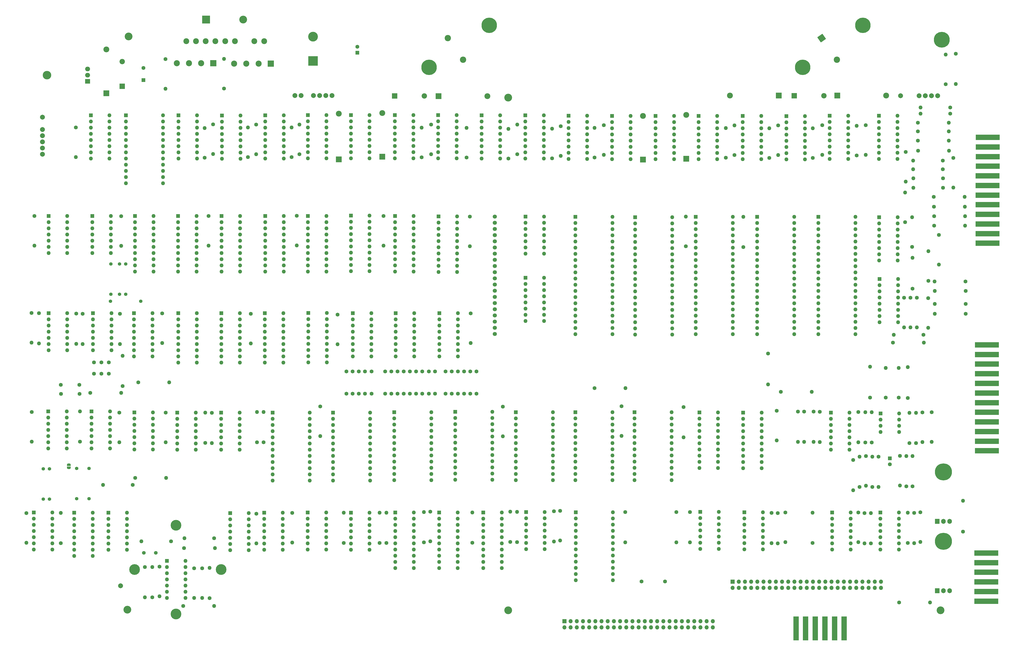
<source format=gbr>
G04 #@! TF.GenerationSoftware,KiCad,Pcbnew,9.0.3-unknown-202507311736~b5c2ed30be~ubuntu24.04.1*
G04 #@! TF.CreationDate,2025-08-04T14:24:47+01:00*
G04 #@! TF.ProjectId,Commodore PET Universal Dynamic,436f6d6d-6f64-46f7-9265-205045542055,REV A*
G04 #@! TF.SameCoordinates,Original*
G04 #@! TF.FileFunction,Soldermask,Bot*
G04 #@! TF.FilePolarity,Negative*
%FSLAX46Y46*%
G04 Gerber Fmt 4.6, Leading zero omitted, Abs format (unit mm)*
G04 Created by KiCad (PCBNEW 9.0.3-unknown-202507311736~b5c2ed30be~ubuntu24.04.1) date 2025-08-04 14:24:47*
%MOMM*%
%LPD*%
G01*
G04 APERTURE LIST*
G04 Aperture macros list*
%AMRotRect*
0 Rectangle, with rotation*
0 The origin of the aperture is its center*
0 $1 length*
0 $2 width*
0 $3 Rotation angle, in degrees counterclockwise*
0 Add horizontal line*
21,1,$1,$2,0,0,$3*%
%AMFreePoly0*
4,1,23,0.500000,-0.750000,0.000000,-0.750000,0.000000,-0.745722,-0.065263,-0.745722,-0.191342,-0.711940,-0.304381,-0.646677,-0.396677,-0.554381,-0.461940,-0.441342,-0.495722,-0.315263,-0.495722,-0.250000,-0.500000,-0.250000,-0.500000,0.250000,-0.495722,0.250000,-0.495722,0.315263,-0.461940,0.441342,-0.396677,0.554381,-0.304381,0.646677,-0.191342,0.711940,-0.065263,0.745722,0.000000,0.745722,
0.000000,0.750000,0.500000,0.750000,0.500000,-0.750000,0.500000,-0.750000,$1*%
%AMFreePoly1*
4,1,23,0.000000,0.745722,0.065263,0.745722,0.191342,0.711940,0.304381,0.646677,0.396677,0.554381,0.461940,0.441342,0.495722,0.315263,0.495722,0.250000,0.500000,0.250000,0.500000,-0.250000,0.495722,-0.250000,0.495722,-0.315263,0.461940,-0.441342,0.396677,-0.554381,0.304381,-0.646677,0.191342,-0.711940,0.065263,-0.745722,0.000000,-0.745722,0.000000,-0.750000,-0.500000,-0.750000,
-0.500000,0.750000,0.000000,0.750000,0.000000,0.745722,0.000000,0.745722,$1*%
G04 Aperture macros list end*
%ADD10C,1.600000*%
%ADD11O,1.600000X1.600000*%
%ADD12C,1.500000*%
%ADD13RotRect,2.600000X2.600000X35.000000*%
%ADD14C,2.600000*%
%ADD15C,6.350000*%
%ADD16R,1.600000X1.600000*%
%ADD17C,1.400000*%
%ADD18R,2.500000X2.500000*%
%ADD19C,2.500000*%
%ADD20R,9.842500X2.300000*%
%ADD21R,2.400000X2.400000*%
%ADD22O,2.400000X2.400000*%
%ADD23C,3.200000*%
%ADD24C,4.400000*%
%ADD25R,4.000000X4.000000*%
%ADD26C,4.000000*%
%ADD27R,2.200000X2.200000*%
%ADD28O,2.200000X2.200000*%
%ADD29C,2.000000*%
%ADD30R,2.300000X9.842500*%
%ADD31C,1.700000*%
%ADD32C,6.500000*%
%ADD33R,3.200000X3.200000*%
%ADD34O,3.200000X3.200000*%
%ADD35O,3.500000X3.500000*%
%ADD36R,2.000000X1.905000*%
%ADD37O,2.000000X1.905000*%
%ADD38R,1.700000X1.700000*%
%ADD39O,1.700000X1.700000*%
%ADD40C,2.400000*%
%ADD41R,1.905000X2.000000*%
%ADD42C,7.000000*%
%ADD43O,1.905000X2.000000*%
%ADD44FreePoly0,90.000000*%
%ADD45FreePoly1,90.000000*%
G04 APERTURE END LIST*
D10*
G04 #@! TO.C,R14*
X408949200Y-231248600D03*
D11*
X408949200Y-243694600D03*
G04 #@! TD*
D12*
G04 #@! TO.C,Y1*
X137700000Y-289295000D03*
X142580000Y-289295000D03*
G04 #@! TD*
D10*
G04 #@! TO.C,FB21*
X474250000Y-280595000D03*
D11*
X474250000Y-267895000D03*
G04 #@! TD*
D10*
G04 #@! TO.C,R12*
X359400000Y-229377000D03*
D11*
X359400000Y-241823000D03*
G04 #@! TD*
D10*
G04 #@! TO.C,FB18*
X394175000Y-207340000D03*
D11*
X394175000Y-220040000D03*
G04 #@! TD*
D10*
G04 #@! TO.C,C60*
X431200000Y-272679000D03*
D11*
X431200000Y-284871000D03*
G04 #@! TD*
D10*
G04 #@! TO.C,FB25*
X135380000Y-219170000D03*
D11*
X148080000Y-219170000D03*
G04 #@! TD*
D10*
G04 #@! TO.C,R42*
X356450000Y-272502000D03*
D11*
X356450000Y-284948000D03*
G04 #@! TD*
D10*
G04 #@! TO.C,C57*
X255325000Y-272395000D03*
D11*
X255325000Y-284587000D03*
G04 #@! TD*
D13*
G04 #@! TO.C,VR4*
X416149535Y-77588059D03*
D14*
X422412990Y-86533199D03*
D15*
X408380804Y-89681004D03*
X433119196Y-72358996D03*
G04 #@! TD*
D10*
G04 #@! TO.C,C86*
X459925000Y-184528000D03*
D11*
X459925000Y-196720000D03*
G04 #@! TD*
D10*
G04 #@! TO.C,C48*
X397657600Y-230904000D03*
D11*
X397657600Y-243096000D03*
G04 #@! TD*
D10*
G04 #@! TO.C,C92*
X148867000Y-284520000D03*
D11*
X136675000Y-284520000D03*
G04 #@! TD*
D10*
G04 #@! TO.C,R16*
X415350000Y-231274000D03*
D11*
X415350000Y-243720000D03*
G04 #@! TD*
D16*
G04 #@! TO.C,UE1*
X92500000Y-272680000D03*
D11*
X92500000Y-275220000D03*
X92500000Y-277760000D03*
X92500000Y-280300000D03*
X92500000Y-282840000D03*
X92500000Y-285380000D03*
X92500000Y-287920000D03*
X100120000Y-287920000D03*
X100120000Y-285380000D03*
X100120000Y-282840000D03*
X100120000Y-280300000D03*
X100120000Y-277760000D03*
X100120000Y-275220000D03*
X100120000Y-272680000D03*
G04 #@! TD*
D10*
G04 #@! TO.C,R22*
X429100000Y-251077000D03*
D11*
X429100000Y-263523000D03*
G04 #@! TD*
D17*
G04 #@! TO.C,J_3*
X110100000Y-267016000D03*
X110100000Y-254570000D03*
G04 #@! TD*
D18*
G04 #@! TO.C,CR2*
X166200000Y-87970000D03*
D19*
X161200000Y-87970000D03*
X156200000Y-87970000D03*
X151200000Y-87970000D03*
G04 #@! TD*
D10*
G04 #@! TO.C,C72*
X434250000Y-113470000D03*
D11*
X434250000Y-125662000D03*
G04 #@! TD*
D10*
G04 #@! TO.C,C89*
X133066000Y-261320000D03*
D11*
X120874000Y-261320000D03*
G04 #@! TD*
D16*
G04 #@! TO.C,UA7*
X205050000Y-109320000D03*
D11*
X205050000Y-111860000D03*
X205050000Y-114400000D03*
X205050000Y-116940000D03*
X205050000Y-119480000D03*
X205050000Y-122020000D03*
X205050000Y-124560000D03*
X205050000Y-127100000D03*
X212670000Y-127100000D03*
X212670000Y-124560000D03*
X212670000Y-122020000D03*
X212670000Y-119480000D03*
X212670000Y-116940000D03*
X212670000Y-114400000D03*
X212670000Y-111860000D03*
X212670000Y-109320000D03*
G04 #@! TD*
D10*
G04 #@! TO.C,R5*
X127900000Y-190995000D03*
D11*
X127900000Y-203441000D03*
G04 #@! TD*
D16*
G04 #@! TO.C,UB14*
X364400000Y-151095000D03*
D11*
X364400000Y-153635000D03*
X364400000Y-156175000D03*
X364400000Y-158715000D03*
X364400000Y-161255000D03*
X364400000Y-163795000D03*
X364400000Y-166335000D03*
X364400000Y-168875000D03*
X364400000Y-171415000D03*
X364400000Y-173955000D03*
X364400000Y-176495000D03*
X364400000Y-179035000D03*
X364400000Y-181575000D03*
X364400000Y-184115000D03*
X364400000Y-186655000D03*
X364400000Y-189195000D03*
X364400000Y-191735000D03*
X364400000Y-194275000D03*
X364400000Y-196815000D03*
X364400000Y-199355000D03*
X379640000Y-199355000D03*
X379640000Y-196815000D03*
X379640000Y-194275000D03*
X379640000Y-191735000D03*
X379640000Y-189195000D03*
X379640000Y-186655000D03*
X379640000Y-184115000D03*
X379640000Y-181575000D03*
X379640000Y-179035000D03*
X379640000Y-176495000D03*
X379640000Y-173955000D03*
X379640000Y-171415000D03*
X379640000Y-168875000D03*
X379640000Y-166335000D03*
X379640000Y-163795000D03*
X379640000Y-161255000D03*
X379640000Y-158715000D03*
X379640000Y-156175000D03*
X379640000Y-153635000D03*
X379640000Y-151095000D03*
G04 #@! TD*
D20*
G04 #@! TO.C,J1*
X484277950Y-161996400D03*
X484277950Y-158036400D03*
X484277950Y-154076400D03*
X484277950Y-150116400D03*
X484277950Y-146156400D03*
X484277950Y-142196400D03*
X484277950Y-138236400D03*
X484277950Y-134276400D03*
X484373200Y-130278400D03*
X484373200Y-126356400D03*
X484373200Y-122396400D03*
X484373200Y-118436400D03*
G04 #@! TD*
D10*
G04 #@! TO.C,R25*
X439550000Y-249777000D03*
D11*
X439550000Y-262223000D03*
G04 #@! TD*
D10*
G04 #@! TO.C,C70*
X398250000Y-113534000D03*
D11*
X398250000Y-125726000D03*
G04 #@! TD*
D20*
G04 #@! TO.C,J2*
X484043000Y-247334200D03*
X484043000Y-243374200D03*
X484043000Y-239414200D03*
X484043000Y-235454200D03*
X484043000Y-231494200D03*
X484043000Y-227534200D03*
X484043000Y-223574200D03*
X484043000Y-219614200D03*
X484043000Y-215654200D03*
X484043000Y-211694200D03*
X484043000Y-207734200D03*
X484043000Y-203774200D03*
G04 #@! TD*
D10*
G04 #@! TO.C,FB2*
X450650000Y-124429000D03*
D11*
X450650000Y-136621000D03*
G04 #@! TD*
D10*
G04 #@! TO.C,C88*
X442450000Y-225462000D03*
D11*
X442450000Y-213270000D03*
G04 #@! TD*
D10*
G04 #@! TO.C,C62*
X166150000Y-113124000D03*
D11*
X166150000Y-125316000D03*
G04 #@! TD*
D10*
G04 #@! TO.C,R7*
X162900000Y-244120000D03*
D11*
X162900000Y-231674000D03*
G04 #@! TD*
D21*
G04 #@! TO.C,C23*
X342773000Y-127601000D03*
D22*
X342773000Y-109601000D03*
G04 #@! TD*
D16*
G04 #@! TO.C,UC10*
X259100000Y-190745000D03*
D11*
X259100000Y-193285000D03*
X259100000Y-195825000D03*
X259100000Y-198365000D03*
X259100000Y-200905000D03*
X259100000Y-203445000D03*
X259100000Y-205985000D03*
X259100000Y-208525000D03*
X266720000Y-208525000D03*
X266720000Y-205985000D03*
X266720000Y-203445000D03*
X266720000Y-200905000D03*
X266720000Y-198365000D03*
X266720000Y-195825000D03*
X266720000Y-193285000D03*
X266720000Y-190745000D03*
G04 #@! TD*
D10*
G04 #@! TO.C,FB8*
X462355000Y-154795000D03*
D11*
X475055000Y-154795000D03*
G04 #@! TD*
D23*
G04 #@! TO.C,REF3*
X465010000Y-312925200D03*
G04 #@! TD*
D16*
G04 #@! TO.C,UC4*
X151825000Y-190745000D03*
D11*
X151825000Y-193285000D03*
X151825000Y-195825000D03*
X151825000Y-198365000D03*
X151825000Y-200905000D03*
X151825000Y-203445000D03*
X151825000Y-205985000D03*
X151825000Y-208525000D03*
X151825000Y-211065000D03*
X159445000Y-211065000D03*
X159445000Y-208525000D03*
X159445000Y-205985000D03*
X159445000Y-203445000D03*
X159445000Y-200905000D03*
X159445000Y-198365000D03*
X159445000Y-195825000D03*
X159445000Y-193285000D03*
X159445000Y-190745000D03*
G04 #@! TD*
D16*
G04 #@! TO.C,UA11*
X276450000Y-109370000D03*
D11*
X276450000Y-111910000D03*
X276450000Y-114450000D03*
X276450000Y-116990000D03*
X276450000Y-119530000D03*
X276450000Y-122070000D03*
X276450000Y-124610000D03*
X276450000Y-127150000D03*
X284070000Y-127150000D03*
X284070000Y-124610000D03*
X284070000Y-122070000D03*
X284070000Y-119530000D03*
X284070000Y-116990000D03*
X284070000Y-114450000D03*
X284070000Y-111910000D03*
X284070000Y-109370000D03*
G04 #@! TD*
D17*
G04 #@! TO.C,J_7*
X124150000Y-170524000D03*
X124150000Y-182970000D03*
G04 #@! TD*
D10*
G04 #@! TO.C,J14*
X220875000Y-223889000D03*
X223415000Y-223889000D03*
X225955000Y-223889000D03*
X228495000Y-223889000D03*
X228495000Y-214745000D03*
X225955000Y-214745000D03*
X223415000Y-214745000D03*
X220875000Y-214745000D03*
G04 #@! TD*
D16*
G04 #@! TO.C,UE12*
X315175000Y-272645000D03*
D11*
X315175000Y-275185000D03*
X315175000Y-277725000D03*
X315175000Y-280265000D03*
X315175000Y-282805000D03*
X315175000Y-285345000D03*
X315175000Y-287885000D03*
X315175000Y-290425000D03*
X315175000Y-292965000D03*
X315175000Y-295505000D03*
X315175000Y-298045000D03*
X315175000Y-300585000D03*
X330415000Y-300585000D03*
X330415000Y-298045000D03*
X330415000Y-295505000D03*
X330415000Y-292965000D03*
X330415000Y-290425000D03*
X330415000Y-287885000D03*
X330415000Y-285345000D03*
X330415000Y-282805000D03*
X330415000Y-280265000D03*
X330415000Y-277725000D03*
X330415000Y-275185000D03*
X330415000Y-272645000D03*
G04 #@! TD*
D16*
G04 #@! TO.C,UA13*
X312200000Y-109520000D03*
D11*
X312200000Y-112060000D03*
X312200000Y-114600000D03*
X312200000Y-117140000D03*
X312200000Y-119680000D03*
X312200000Y-122220000D03*
X312200000Y-124760000D03*
X312200000Y-127300000D03*
X319820000Y-127300000D03*
X319820000Y-124760000D03*
X319820000Y-122220000D03*
X319820000Y-119680000D03*
X319820000Y-117140000D03*
X319820000Y-114600000D03*
X319820000Y-112060000D03*
X319820000Y-109520000D03*
G04 #@! TD*
D24*
G04 #@! TO.C,H1*
X150900000Y-314420000D03*
G04 #@! TD*
D10*
G04 #@! TO.C,C83*
X460000000Y-177487000D03*
D11*
X460000000Y-165295000D03*
G04 #@! TD*
D20*
G04 #@! TO.C,J3*
X483825000Y-309160000D03*
X483825000Y-305200000D03*
X483825000Y-301240000D03*
X483825000Y-297280000D03*
X483825000Y-293320000D03*
X483825000Y-289360000D03*
G04 #@! TD*
D10*
G04 #@! TO.C,C80*
X466042000Y-139195000D03*
D11*
X453850000Y-139195000D03*
G04 #@! TD*
D16*
G04 #@! TO.C,UB9*
X240875000Y-150795000D03*
D11*
X240875000Y-153335000D03*
X240875000Y-155875000D03*
X240875000Y-158415000D03*
X240875000Y-160955000D03*
X240875000Y-163495000D03*
X240875000Y-166035000D03*
X240875000Y-168575000D03*
X240875000Y-171115000D03*
X240875000Y-173655000D03*
X248495000Y-173655000D03*
X248495000Y-171115000D03*
X248495000Y-168575000D03*
X248495000Y-166035000D03*
X248495000Y-163495000D03*
X248495000Y-160955000D03*
X248495000Y-158415000D03*
X248495000Y-155875000D03*
X248495000Y-153335000D03*
X248495000Y-150795000D03*
G04 #@! TD*
D16*
G04 #@! TO.C,UA6*
X187550000Y-109370000D03*
D11*
X187550000Y-111910000D03*
X187550000Y-114450000D03*
X187550000Y-116990000D03*
X187550000Y-119530000D03*
X187550000Y-122070000D03*
X187550000Y-124610000D03*
X187550000Y-127150000D03*
X195170000Y-127150000D03*
X195170000Y-124610000D03*
X195170000Y-122070000D03*
X195170000Y-119530000D03*
X195170000Y-116990000D03*
X195170000Y-114450000D03*
X195170000Y-111910000D03*
X195170000Y-109370000D03*
G04 #@! TD*
D10*
G04 #@! TO.C,C31*
X128325000Y-150874000D03*
D11*
X128325000Y-163066000D03*
G04 #@! TD*
D25*
G04 #@! TO.C,C5*
X207150000Y-87027832D03*
D26*
X207150000Y-77027832D03*
G04 #@! TD*
D10*
G04 #@! TO.C,R1*
X384000000Y-163591000D03*
D11*
X384000000Y-151145000D03*
G04 #@! TD*
D10*
G04 #@! TO.C,C27*
X412542000Y-126920000D03*
D11*
X412542000Y-114728000D03*
G04 #@! TD*
D16*
G04 #@! TO.C,UB16*
X414775000Y-151130000D03*
D11*
X414775000Y-153670000D03*
X414775000Y-156210000D03*
X414775000Y-158750000D03*
X414775000Y-161290000D03*
X414775000Y-163830000D03*
X414775000Y-166370000D03*
X414775000Y-168910000D03*
X414775000Y-171450000D03*
X414775000Y-173990000D03*
X414775000Y-176530000D03*
X414775000Y-179070000D03*
X414775000Y-181610000D03*
X414775000Y-184150000D03*
X414775000Y-186690000D03*
X414775000Y-189230000D03*
X414775000Y-191770000D03*
X414775000Y-194310000D03*
X414775000Y-196850000D03*
X414775000Y-199390000D03*
X430015000Y-199390000D03*
X430015000Y-196850000D03*
X430015000Y-194310000D03*
X430015000Y-191770000D03*
X430015000Y-189230000D03*
X430015000Y-186690000D03*
X430015000Y-184150000D03*
X430015000Y-181610000D03*
X430015000Y-179070000D03*
X430015000Y-176530000D03*
X430015000Y-173990000D03*
X430015000Y-171450000D03*
X430015000Y-168910000D03*
X430015000Y-166370000D03*
X430015000Y-163830000D03*
X430015000Y-161290000D03*
X430015000Y-158750000D03*
X430015000Y-156210000D03*
X430015000Y-153670000D03*
X430015000Y-151130000D03*
G04 #@! TD*
D16*
G04 #@! TO.C,UB2*
X116475000Y-150820000D03*
D11*
X116475000Y-153360000D03*
X116475000Y-155900000D03*
X116475000Y-158440000D03*
X116475000Y-160980000D03*
X116475000Y-163520000D03*
X116475000Y-166060000D03*
X124095000Y-166060000D03*
X124095000Y-163520000D03*
X124095000Y-160980000D03*
X124095000Y-158440000D03*
X124095000Y-155900000D03*
X124095000Y-153360000D03*
X124095000Y-150820000D03*
G04 #@! TD*
D16*
G04 #@! TO.C,UB6*
X187525000Y-150745000D03*
D11*
X187525000Y-153285000D03*
X187525000Y-155825000D03*
X187525000Y-158365000D03*
X187525000Y-160905000D03*
X187525000Y-163445000D03*
X187525000Y-165985000D03*
X187525000Y-168525000D03*
X187525000Y-171065000D03*
X187525000Y-173605000D03*
X195145000Y-173605000D03*
X195145000Y-171065000D03*
X195145000Y-168525000D03*
X195145000Y-165985000D03*
X195145000Y-163445000D03*
X195145000Y-160905000D03*
X195145000Y-158365000D03*
X195145000Y-155825000D03*
X195145000Y-153285000D03*
X195145000Y-150745000D03*
G04 #@! TD*
D10*
G04 #@! TO.C,JP3*
X117202000Y-211020000D03*
X120250000Y-211020000D03*
X123298000Y-211020000D03*
G04 #@! TD*
G04 #@! TO.C,C28*
X430550000Y-125912000D03*
D11*
X430550000Y-113720000D03*
G04 #@! TD*
D10*
G04 #@! TO.C,FB9*
X462355000Y-150895000D03*
D11*
X475055000Y-150895000D03*
G04 #@! TD*
D16*
G04 #@! TO.C,UE3*
X123125000Y-272820000D03*
D11*
X123125000Y-275360000D03*
X123125000Y-277900000D03*
X123125000Y-280440000D03*
X123125000Y-282980000D03*
X123125000Y-285520000D03*
X123125000Y-288060000D03*
X130745000Y-288060000D03*
X130745000Y-285520000D03*
X130745000Y-282980000D03*
X130745000Y-280440000D03*
X130745000Y-277900000D03*
X130745000Y-275360000D03*
X130745000Y-272820000D03*
G04 #@! TD*
D10*
G04 #@! TO.C,C68*
X326620000Y-113410000D03*
D11*
X326620000Y-125602000D03*
G04 #@! TD*
D10*
G04 #@! TO.C,R46*
X412400000Y-285243000D03*
D11*
X412400000Y-272797000D03*
G04 #@! TD*
D16*
G04 #@! TO.C,UC11*
X294500000Y-176215000D03*
D11*
X294500000Y-178755000D03*
X294500000Y-181295000D03*
X294500000Y-183835000D03*
X294500000Y-186375000D03*
X294500000Y-188915000D03*
X294500000Y-191455000D03*
X294500000Y-193995000D03*
X302120000Y-193995000D03*
X302120000Y-191455000D03*
X302120000Y-188915000D03*
X302120000Y-186375000D03*
X302120000Y-183835000D03*
X302120000Y-181295000D03*
X302120000Y-178755000D03*
X302120000Y-176215000D03*
G04 #@! TD*
D27*
G04 #@! TO.C,CR5*
X240758000Y-101420000D03*
D28*
X252950000Y-101420000D03*
G04 #@! TD*
D10*
G04 #@! TO.C,C41*
X217225000Y-191304000D03*
D11*
X217225000Y-203496000D03*
G04 #@! TD*
D16*
G04 #@! TO.C,UE6*
X204975000Y-272670000D03*
D11*
X204975000Y-275210000D03*
X204975000Y-277750000D03*
X204975000Y-280290000D03*
X204975000Y-282830000D03*
X204975000Y-285370000D03*
X204975000Y-287910000D03*
X212595000Y-287910000D03*
X212595000Y-285370000D03*
X212595000Y-282830000D03*
X212595000Y-280290000D03*
X212595000Y-277750000D03*
X212595000Y-275210000D03*
X212595000Y-272670000D03*
G04 #@! TD*
D10*
G04 #@! TO.C,C93*
X158325000Y-295626000D03*
D11*
X158325000Y-307818000D03*
G04 #@! TD*
D29*
G04 #@! TO.C,MT1*
X128100000Y-302870000D03*
G04 #@! TD*
D10*
G04 #@! TO.C,C67*
X308940000Y-113888000D03*
D11*
X308940000Y-126080000D03*
G04 #@! TD*
D23*
G04 #@! TO.C,REF3*
X287400000Y-312920000D03*
G04 #@! TD*
D30*
G04 #@! TO.C,J6*
X405610000Y-320370000D03*
X409570000Y-320370000D03*
X413530000Y-320370000D03*
X417490000Y-320370000D03*
X421450000Y-320370000D03*
X425410000Y-320370000D03*
G04 #@! TD*
D10*
G04 #@! TO.C,C90*
X146650000Y-231654000D03*
D11*
X146650000Y-243846000D03*
G04 #@! TD*
D10*
G04 #@! TO.C,R37*
X288250000Y-284841000D03*
D11*
X288250000Y-272395000D03*
G04 #@! TD*
D10*
G04 #@! TO.C,C32*
X164300000Y-150795000D03*
D11*
X164300000Y-162987000D03*
G04 #@! TD*
D10*
G04 #@! TO.C,R39*
X306125000Y-272220000D03*
D11*
X306125000Y-284666000D03*
G04 #@! TD*
D23*
G04 #@! TO.C,REF1*
X131400000Y-76920000D03*
G04 #@! TD*
D10*
G04 #@! TO.C,R4*
X112575000Y-191002000D03*
D11*
X112575000Y-203448000D03*
G04 #@! TD*
D16*
G04 #@! TO.C,UA17*
X383700000Y-109670000D03*
D11*
X383700000Y-112210000D03*
X383700000Y-114750000D03*
X383700000Y-117290000D03*
X383700000Y-119830000D03*
X383700000Y-122370000D03*
X383700000Y-124910000D03*
X383700000Y-127450000D03*
X391320000Y-127450000D03*
X391320000Y-124910000D03*
X391320000Y-122370000D03*
X391320000Y-119830000D03*
X391320000Y-117290000D03*
X391320000Y-114750000D03*
X391320000Y-112210000D03*
X391320000Y-109670000D03*
G04 #@! TD*
D16*
G04 #@! TO.C,UB4*
X151725000Y-150820000D03*
D11*
X151725000Y-153360000D03*
X151725000Y-155900000D03*
X151725000Y-158440000D03*
X151725000Y-160980000D03*
X151725000Y-163520000D03*
X151725000Y-166060000D03*
X151725000Y-168600000D03*
X151725000Y-171140000D03*
X151725000Y-173680000D03*
X159345000Y-173680000D03*
X159345000Y-171140000D03*
X159345000Y-168600000D03*
X159345000Y-166060000D03*
X159345000Y-163520000D03*
X159345000Y-160980000D03*
X159345000Y-158440000D03*
X159345000Y-155900000D03*
X159345000Y-153360000D03*
X159345000Y-150820000D03*
G04 #@! TD*
D16*
G04 #@! TO.C,UD4*
X151400000Y-231630000D03*
D11*
X151400000Y-234170000D03*
X151400000Y-236710000D03*
X151400000Y-239250000D03*
X151400000Y-241790000D03*
X151400000Y-244330000D03*
X151400000Y-246870000D03*
X159020000Y-246870000D03*
X159020000Y-244330000D03*
X159020000Y-241790000D03*
X159020000Y-239250000D03*
X159020000Y-236710000D03*
X159020000Y-234170000D03*
X159020000Y-231630000D03*
G04 #@! TD*
D10*
G04 #@! TO.C,C25*
X376800000Y-126812000D03*
D11*
X376800000Y-114620000D03*
G04 #@! TD*
D10*
G04 #@! TO.C,R6*
X111400000Y-243616000D03*
D11*
X111400000Y-231170000D03*
G04 #@! TD*
D17*
G04 #@! TO.C,J_8*
X136450000Y-185820000D03*
X124004000Y-185820000D03*
G04 #@! TD*
D16*
G04 #@! TO.C,UE15*
X420450000Y-272720000D03*
D11*
X420450000Y-275260000D03*
X420450000Y-277800000D03*
X420450000Y-280340000D03*
X420450000Y-282880000D03*
X420450000Y-285420000D03*
X420450000Y-287960000D03*
X428070000Y-287960000D03*
X428070000Y-285420000D03*
X428070000Y-282880000D03*
X428070000Y-280340000D03*
X428070000Y-277800000D03*
X428070000Y-275260000D03*
X428070000Y-272720000D03*
G04 #@! TD*
D10*
G04 #@! TO.C,R11*
X186850000Y-243863000D03*
D11*
X186850000Y-231417000D03*
G04 #@! TD*
D10*
G04 #@! TO.C,C61*
X456700000Y-272604000D03*
D11*
X456700000Y-284796000D03*
G04 #@! TD*
D31*
G04 #@! TO.C,J5*
X281900000Y-171370000D03*
X281900000Y-173910000D03*
X281900000Y-176450000D03*
X281900000Y-178990000D03*
X281900000Y-181530000D03*
X281900000Y-184070000D03*
X281900000Y-186610000D03*
X281900000Y-189150000D03*
X281900000Y-191690000D03*
X281900000Y-194230000D03*
X281900000Y-196770000D03*
X281900000Y-199310000D03*
X281900000Y-151050000D03*
X281900000Y-153590000D03*
X281900000Y-156130000D03*
X281900000Y-158670000D03*
X281900000Y-161210000D03*
X281900000Y-163750000D03*
X281900000Y-166290000D03*
X281900000Y-168830000D03*
G04 #@! TD*
D10*
G04 #@! TO.C,C66*
X291100000Y-125412000D03*
D11*
X291100000Y-113220000D03*
G04 #@! TD*
D16*
G04 #@! TO.C,UE9*
X258975000Y-272720000D03*
D11*
X258975000Y-275260000D03*
X258975000Y-277800000D03*
X258975000Y-280340000D03*
X258975000Y-282880000D03*
X258975000Y-285420000D03*
X258975000Y-287960000D03*
X258975000Y-290500000D03*
X258975000Y-293040000D03*
X258975000Y-295580000D03*
X266595000Y-295580000D03*
X266595000Y-293040000D03*
X266595000Y-290500000D03*
X266595000Y-287960000D03*
X266595000Y-285420000D03*
X266595000Y-282880000D03*
X266595000Y-280340000D03*
X266595000Y-277800000D03*
X266595000Y-275260000D03*
X266595000Y-272720000D03*
G04 #@! TD*
D32*
G04 #@! TO.C,MH1*
X465500000Y-78320000D03*
G04 #@! TD*
D10*
G04 #@! TO.C,C98*
X468966000Y-106170000D03*
D11*
X456774000Y-106170000D03*
G04 #@! TD*
D10*
G04 #@! TO.C,C13*
X162650000Y-126816000D03*
D11*
X162650000Y-114624000D03*
G04 #@! TD*
D10*
G04 #@! TO.C,C14*
X180450000Y-126566000D03*
D11*
X180450000Y-114374000D03*
G04 #@! TD*
D16*
G04 #@! TO.C,UE4*
X173175000Y-272945000D03*
D11*
X173175000Y-275485000D03*
X173175000Y-278025000D03*
X173175000Y-280565000D03*
X173175000Y-283105000D03*
X173175000Y-285645000D03*
X173175000Y-288185000D03*
X180795000Y-288185000D03*
X180795000Y-285645000D03*
X180795000Y-283105000D03*
X180795000Y-280565000D03*
X180795000Y-278025000D03*
X180795000Y-275485000D03*
X180795000Y-272945000D03*
G04 #@! TD*
D10*
G04 #@! TO.C,FB16*
X475350000Y-190970000D03*
D11*
X462650000Y-190970000D03*
G04 #@! TD*
D10*
G04 #@! TO.C,R36*
X272600000Y-285163000D03*
D11*
X272600000Y-272717000D03*
G04 #@! TD*
D29*
G04 #@! TO.C,J11*
X448600000Y-101370000D03*
X456220000Y-101370000D03*
X458760000Y-101370000D03*
X461300000Y-101370000D03*
X463840000Y-101370000D03*
G04 #@! TD*
D16*
G04 #@! TO.C,UD3*
X133750000Y-231570000D03*
D11*
X133750000Y-234110000D03*
X133750000Y-236650000D03*
X133750000Y-239190000D03*
X133750000Y-241730000D03*
X133750000Y-244270000D03*
X133750000Y-246810000D03*
X141370000Y-246810000D03*
X141370000Y-244270000D03*
X141370000Y-241730000D03*
X141370000Y-239190000D03*
X141370000Y-236650000D03*
X141370000Y-234110000D03*
X141370000Y-231570000D03*
G04 #@! TD*
D21*
G04 #@! TO.C,C1*
X122300000Y-100320000D03*
D22*
X122300000Y-82320000D03*
G04 #@! TD*
D10*
G04 #@! TO.C,FB4*
X455700000Y-116020000D03*
D11*
X468400000Y-116020000D03*
G04 #@! TD*
D10*
G04 #@! TO.C,R38*
X291000000Y-284863000D03*
D11*
X291000000Y-272417000D03*
G04 #@! TD*
D10*
G04 #@! TO.C,C47*
X333950000Y-229024000D03*
D11*
X333950000Y-241216000D03*
G04 #@! TD*
D10*
G04 #@! TO.C,C56*
X198625000Y-272870000D03*
D11*
X198625000Y-285062000D03*
G04 #@! TD*
D16*
G04 #@! TO.C,UD1*
X98400000Y-231170000D03*
D11*
X98400000Y-233710000D03*
X98400000Y-236250000D03*
X98400000Y-238790000D03*
X98400000Y-241330000D03*
X98400000Y-243870000D03*
X98400000Y-246410000D03*
X106020000Y-246410000D03*
X106020000Y-243870000D03*
X106020000Y-241330000D03*
X106020000Y-238790000D03*
X106020000Y-236250000D03*
X106020000Y-233710000D03*
X106020000Y-231170000D03*
G04 #@! TD*
D10*
G04 #@! TO.C,R26*
X450950000Y-261966000D03*
D11*
X450950000Y-249520000D03*
G04 #@! TD*
D10*
G04 #@! TO.C,J_2*
X103650000Y-223920000D03*
X111270000Y-223920000D03*
G04 #@! TD*
G04 #@! TO.C,C35*
X271650000Y-151045000D03*
D11*
X271650000Y-163237000D03*
G04 #@! TD*
D10*
G04 #@! TO.C,C95*
X461346000Y-231503000D03*
D11*
X461346000Y-243695000D03*
G04 #@! TD*
D10*
G04 #@! TO.C,C3*
X146600000Y-86304000D03*
D11*
X146600000Y-98496000D03*
G04 #@! TD*
D10*
G04 #@! TO.C,R21*
X454920000Y-244171000D03*
D11*
X454920000Y-231725000D03*
G04 #@! TD*
D27*
G04 #@! TO.C,CR1*
X128750000Y-97400000D03*
D28*
X128750000Y-87240000D03*
G04 #@! TD*
D10*
G04 #@! TO.C,C74*
X447825000Y-225462000D03*
D11*
X447825000Y-213270000D03*
G04 #@! TD*
D16*
G04 #@! TO.C,UA2*
X115950000Y-109370000D03*
D11*
X115950000Y-111910000D03*
X115950000Y-114450000D03*
X115950000Y-116990000D03*
X115950000Y-119530000D03*
X115950000Y-122070000D03*
X115950000Y-124610000D03*
X115950000Y-127150000D03*
X123570000Y-127150000D03*
X123570000Y-124610000D03*
X123570000Y-122070000D03*
X123570000Y-119530000D03*
X123570000Y-116990000D03*
X123570000Y-114450000D03*
X123570000Y-111910000D03*
X123570000Y-109370000D03*
G04 #@! TD*
D10*
G04 #@! TO.C,C82*
X465942000Y-131570000D03*
D11*
X453750000Y-131570000D03*
G04 #@! TD*
D10*
G04 #@! TO.C,C22*
X322850000Y-126762000D03*
D11*
X322850000Y-114570000D03*
G04 #@! TD*
D17*
G04 #@! TO.C,J_4*
X115200000Y-267066000D03*
X115200000Y-254620000D03*
G04 #@! TD*
D10*
G04 #@! TO.C,C49*
X457587000Y-231521800D03*
D11*
X457587000Y-243713800D03*
G04 #@! TD*
D10*
G04 #@! TO.C,C69*
X380320000Y-125712000D03*
D11*
X380320000Y-113520000D03*
G04 #@! TD*
D24*
G04 #@! TO.C,H4*
X169400000Y-296170000D03*
G04 #@! TD*
D29*
G04 #@! TO.C,J7*
X96000000Y-125410000D03*
X96000000Y-122870000D03*
X96000000Y-120330000D03*
X96000000Y-117790000D03*
X96000000Y-115250000D03*
X96000000Y-110170000D03*
G04 #@! TD*
D16*
G04 #@! TO.C,UF1*
X147200000Y-292570000D03*
D11*
X147200000Y-295110000D03*
X147200000Y-297650000D03*
X147200000Y-300190000D03*
X147200000Y-302730000D03*
X147200000Y-305270000D03*
X147200000Y-307810000D03*
X154820000Y-307810000D03*
X154820000Y-305270000D03*
X154820000Y-302730000D03*
X154820000Y-300190000D03*
X154820000Y-297650000D03*
X154820000Y-295110000D03*
X154820000Y-292570000D03*
G04 #@! TD*
D33*
G04 #@! TO.C,CR3*
X163280000Y-69970000D03*
D34*
X178520000Y-69970000D03*
G04 #@! TD*
D16*
G04 #@! TO.C,UE10*
X277100000Y-272670000D03*
D11*
X277100000Y-275210000D03*
X277100000Y-277750000D03*
X277100000Y-280290000D03*
X277100000Y-282830000D03*
X277100000Y-285370000D03*
X277100000Y-287910000D03*
X277100000Y-290450000D03*
X277100000Y-292990000D03*
X277100000Y-295530000D03*
X284720000Y-295530000D03*
X284720000Y-292990000D03*
X284720000Y-290450000D03*
X284720000Y-287910000D03*
X284720000Y-285370000D03*
X284720000Y-282830000D03*
X284720000Y-280290000D03*
X284720000Y-277750000D03*
X284720000Y-275210000D03*
X284720000Y-272670000D03*
G04 #@! TD*
D10*
G04 #@! TO.C,R49*
X471300000Y-84077000D03*
D11*
X471300000Y-96523000D03*
G04 #@! TD*
D10*
G04 #@! TO.C,JP2*
X117202000Y-215670000D03*
X120250000Y-215670000D03*
X123298000Y-215670000D03*
G04 #@! TD*
G04 #@! TO.C,FB20*
X448000000Y-309720000D03*
D11*
X460700000Y-309720000D03*
G04 #@! TD*
D16*
G04 #@! TO.C,UD2*
X116150000Y-231170000D03*
D11*
X116150000Y-233710000D03*
X116150000Y-236250000D03*
X116150000Y-238790000D03*
X116150000Y-241330000D03*
X116150000Y-243870000D03*
X116150000Y-246410000D03*
X123770000Y-246410000D03*
X123770000Y-243870000D03*
X123770000Y-241330000D03*
X123770000Y-238790000D03*
X123770000Y-236250000D03*
X123770000Y-233710000D03*
X123770000Y-231170000D03*
G04 #@! TD*
D16*
G04 #@! TO.C,UC6*
X187350000Y-190745000D03*
D11*
X187350000Y-193285000D03*
X187350000Y-195825000D03*
X187350000Y-198365000D03*
X187350000Y-200905000D03*
X187350000Y-203445000D03*
X187350000Y-205985000D03*
X187350000Y-208525000D03*
X187350000Y-211065000D03*
X194970000Y-211065000D03*
X194970000Y-208525000D03*
X194970000Y-205985000D03*
X194970000Y-203445000D03*
X194970000Y-200905000D03*
X194970000Y-198365000D03*
X194970000Y-195825000D03*
X194970000Y-193285000D03*
X194970000Y-190745000D03*
G04 #@! TD*
D35*
G04 #@! TO.C,VR1*
X97920000Y-92870000D03*
D36*
X114580000Y-95410000D03*
D37*
X114580000Y-92870000D03*
X114580000Y-90330000D03*
G04 #@! TD*
D17*
G04 #@! TO.C,J_6*
X127650000Y-170520000D03*
X127650000Y-182966000D03*
G04 #@! TD*
D10*
G04 #@! TO.C,C50*
X434350000Y-249504000D03*
D11*
X434350000Y-261696000D03*
G04 #@! TD*
D16*
G04 #@! TO.C,C2*
X137550000Y-94922651D03*
D10*
X137550000Y-89922651D03*
G04 #@! TD*
G04 #@! TO.C,C76*
X469016000Y-108720000D03*
D11*
X456824000Y-108720000D03*
G04 #@! TD*
D16*
G04 #@! TO.C,UD9*
X265600000Y-231295000D03*
D11*
X265600000Y-233835000D03*
X265600000Y-236375000D03*
X265600000Y-238915000D03*
X265600000Y-241455000D03*
X265600000Y-243995000D03*
X265600000Y-246535000D03*
X265600000Y-249075000D03*
X265600000Y-251615000D03*
X265600000Y-254155000D03*
X265600000Y-256695000D03*
X265600000Y-259235000D03*
X280840000Y-259235000D03*
X280840000Y-256695000D03*
X280840000Y-254155000D03*
X280840000Y-251615000D03*
X280840000Y-249075000D03*
X280840000Y-246535000D03*
X280840000Y-243995000D03*
X280840000Y-241455000D03*
X280840000Y-238915000D03*
X280840000Y-236375000D03*
X280840000Y-233835000D03*
X280840000Y-231295000D03*
G04 #@! TD*
D16*
G04 #@! TO.C,UE2*
X109025000Y-272745000D03*
D11*
X109025000Y-275285000D03*
X109025000Y-277825000D03*
X109025000Y-280365000D03*
X109025000Y-282905000D03*
X109025000Y-285445000D03*
X109025000Y-287985000D03*
X109025000Y-290525000D03*
X116645000Y-290525000D03*
X116645000Y-287985000D03*
X116645000Y-285445000D03*
X116645000Y-282905000D03*
X116645000Y-280365000D03*
X116645000Y-277825000D03*
X116645000Y-275285000D03*
X116645000Y-272745000D03*
G04 #@! TD*
D10*
G04 #@! TO.C,C43*
X91650000Y-231404000D03*
D11*
X91650000Y-243596000D03*
G04 #@! TD*
D10*
G04 #@! TO.C,R33*
X234500000Y-285263000D03*
D11*
X234500000Y-272817000D03*
G04 #@! TD*
D16*
G04 #@! TO.C,UA3*
X130300000Y-109370000D03*
D11*
X130300000Y-111910000D03*
X130300000Y-114450000D03*
X130300000Y-116990000D03*
X130300000Y-119530000D03*
X130300000Y-122070000D03*
X130300000Y-124610000D03*
X130300000Y-127150000D03*
X130300000Y-129690000D03*
X130300000Y-132230000D03*
X130300000Y-134770000D03*
X130300000Y-137310000D03*
X145540000Y-137310000D03*
X145540000Y-134770000D03*
X145540000Y-132230000D03*
X145540000Y-129690000D03*
X145540000Y-127150000D03*
X145540000Y-124610000D03*
X145540000Y-122070000D03*
X145540000Y-119530000D03*
X145540000Y-116990000D03*
X145540000Y-114450000D03*
X145540000Y-111910000D03*
X145540000Y-109370000D03*
G04 #@! TD*
D21*
G04 #@! TO.C,C11*
X422584000Y-101270000D03*
D22*
X442650000Y-101270000D03*
G04 #@! TD*
D10*
G04 #@! TO.C,FB3*
X455700000Y-112470000D03*
D11*
X468400000Y-112470000D03*
G04 #@! TD*
D10*
G04 #@! TO.C,C30*
X92750000Y-150824000D03*
D11*
X92750000Y-163016000D03*
G04 #@! TD*
D10*
G04 #@! TO.C,FB26*
X134130000Y-258520000D03*
D11*
X146830000Y-258520000D03*
G04 #@! TD*
D10*
G04 #@! TO.C,FB28*
X115700000Y-223520000D03*
D11*
X128400000Y-223520000D03*
G04 #@! TD*
D10*
G04 #@! TO.C,C18*
X251850000Y-126612000D03*
D11*
X251850000Y-114420000D03*
G04 #@! TD*
D10*
G04 #@! TO.C,C45*
X210150000Y-229074000D03*
D11*
X210150000Y-241266000D03*
G04 #@! TD*
D10*
G04 #@! TO.C,C52*
X448300000Y-249454000D03*
D11*
X448300000Y-261646000D03*
G04 #@! TD*
D16*
G04 #@! TO.C,UA12*
X294400000Y-109370000D03*
D11*
X294400000Y-111910000D03*
X294400000Y-114450000D03*
X294400000Y-116990000D03*
X294400000Y-119530000D03*
X294400000Y-122070000D03*
X294400000Y-124610000D03*
X294400000Y-127150000D03*
X302020000Y-127150000D03*
X302020000Y-124610000D03*
X302020000Y-122070000D03*
X302020000Y-119530000D03*
X302020000Y-116990000D03*
X302020000Y-114450000D03*
X302020000Y-111910000D03*
X302020000Y-109370000D03*
G04 #@! TD*
D10*
G04 #@! TO.C,C46*
X285150000Y-229154000D03*
D11*
X285150000Y-241346000D03*
G04 #@! TD*
D38*
G04 #@! TO.C,J9*
X379550000Y-301170000D03*
D39*
X382090000Y-301170000D03*
X384630000Y-301170000D03*
X387170000Y-301170000D03*
X389710000Y-301170000D03*
X392250000Y-301170000D03*
X394790000Y-301170000D03*
X397330000Y-301170000D03*
X399870000Y-301170000D03*
X402410000Y-301170000D03*
X404950000Y-301170000D03*
X407490000Y-301170000D03*
X410030000Y-301170000D03*
X412570000Y-301170000D03*
X415110000Y-301170000D03*
X417650000Y-301170000D03*
X420190000Y-301170000D03*
X422730000Y-301170000D03*
X425270000Y-301170000D03*
X427810000Y-301170000D03*
X430350000Y-301170000D03*
X432890000Y-301170000D03*
X435430000Y-301170000D03*
X437970000Y-301170000D03*
X440510000Y-301170000D03*
X379550000Y-303710000D03*
X382090000Y-303710000D03*
X384630000Y-303710000D03*
X387170000Y-303710000D03*
X389710000Y-303710000D03*
X392250000Y-303710000D03*
X394790000Y-303710000D03*
X397330000Y-303710000D03*
X399870000Y-303710000D03*
X402410000Y-303710000D03*
X404950000Y-303710000D03*
X407490000Y-303710000D03*
X410030000Y-303710000D03*
X412570000Y-303710000D03*
X415110000Y-303710000D03*
X417650000Y-303710000D03*
X420190000Y-303710000D03*
X422730000Y-303710000D03*
X425270000Y-303710000D03*
X427810000Y-303710000D03*
X430350000Y-303710000D03*
X432890000Y-303710000D03*
X435430000Y-303710000D03*
X437970000Y-303710000D03*
X440510000Y-303710000D03*
G04 #@! TD*
D21*
G04 #@! TO.C,C24*
X360500000Y-127220000D03*
D22*
X360500000Y-109220000D03*
G04 #@! TD*
D10*
G04 #@! TO.C,R2*
X94550000Y-190777000D03*
D11*
X94550000Y-203223000D03*
G04 #@! TD*
D16*
G04 #@! TO.C,UA19*
X419450000Y-109570000D03*
D11*
X419450000Y-112110000D03*
X419450000Y-114650000D03*
X419450000Y-117190000D03*
X419450000Y-119730000D03*
X419450000Y-122270000D03*
X419450000Y-124810000D03*
X419450000Y-127350000D03*
X427070000Y-127350000D03*
X427070000Y-124810000D03*
X427070000Y-122270000D03*
X427070000Y-119730000D03*
X427070000Y-117190000D03*
X427070000Y-114650000D03*
X427070000Y-112110000D03*
X427070000Y-109570000D03*
G04 #@! TD*
D10*
G04 #@! TO.C,R53*
X138130200Y-295180800D03*
D11*
X138130200Y-307626800D03*
G04 #@! TD*
D16*
G04 #@! TO.C,UB10*
X258725000Y-150920000D03*
D11*
X258725000Y-153460000D03*
X258725000Y-156000000D03*
X258725000Y-158540000D03*
X258725000Y-161080000D03*
X258725000Y-163620000D03*
X258725000Y-166160000D03*
X258725000Y-168700000D03*
X258725000Y-171240000D03*
X258725000Y-173780000D03*
X266345000Y-173780000D03*
X266345000Y-171240000D03*
X266345000Y-168700000D03*
X266345000Y-166160000D03*
X266345000Y-163620000D03*
X266345000Y-161080000D03*
X266345000Y-158540000D03*
X266345000Y-156000000D03*
X266345000Y-153460000D03*
X266345000Y-150920000D03*
G04 #@! TD*
D10*
G04 #@! TO.C,R19*
X436700000Y-243913000D03*
D11*
X436700000Y-231467000D03*
G04 #@! TD*
D10*
G04 #@! TO.C,FB7*
X450450000Y-153336000D03*
D11*
X450450000Y-141144000D03*
G04 #@! TD*
D10*
G04 #@! TO.C,R40*
X335475000Y-272552000D03*
D11*
X335475000Y-284998000D03*
G04 #@! TD*
D16*
G04 #@! TO.C,UD10*
X290475000Y-231445000D03*
D11*
X290475000Y-233985000D03*
X290475000Y-236525000D03*
X290475000Y-239065000D03*
X290475000Y-241605000D03*
X290475000Y-244145000D03*
X290475000Y-246685000D03*
X290475000Y-249225000D03*
X290475000Y-251765000D03*
X290475000Y-254305000D03*
X290475000Y-256845000D03*
X290475000Y-259385000D03*
X305715000Y-259385000D03*
X305715000Y-256845000D03*
X305715000Y-254305000D03*
X305715000Y-251765000D03*
X305715000Y-249225000D03*
X305715000Y-246685000D03*
X305715000Y-244145000D03*
X305715000Y-241605000D03*
X305715000Y-239065000D03*
X305715000Y-236525000D03*
X305715000Y-233985000D03*
X305715000Y-231445000D03*
G04 #@! TD*
D23*
G04 #@! TO.C,REF2*
X130900000Y-312670000D03*
G04 #@! TD*
D16*
G04 #@! TO.C,UD5*
X169400000Y-231630000D03*
D11*
X169400000Y-234170000D03*
X169400000Y-236710000D03*
X169400000Y-239250000D03*
X169400000Y-241790000D03*
X169400000Y-244330000D03*
X169400000Y-246870000D03*
X177020000Y-246870000D03*
X177020000Y-244330000D03*
X177020000Y-241790000D03*
X177020000Y-239250000D03*
X177020000Y-236710000D03*
X177020000Y-234170000D03*
X177020000Y-231630000D03*
G04 #@! TD*
D10*
G04 #@! TO.C,FB23*
X154155000Y-287370000D03*
D11*
X166855000Y-287370000D03*
G04 #@! TD*
D10*
G04 #@! TO.C,C38*
X91550000Y-190654000D03*
D11*
X91550000Y-202846000D03*
G04 #@! TD*
D16*
G04 #@! TO.C,UE8*
X240975000Y-272720000D03*
D11*
X240975000Y-275260000D03*
X240975000Y-277800000D03*
X240975000Y-280340000D03*
X240975000Y-282880000D03*
X240975000Y-285420000D03*
X240975000Y-287960000D03*
X240975000Y-290500000D03*
X240975000Y-293040000D03*
X240975000Y-295580000D03*
X248595000Y-295580000D03*
X248595000Y-293040000D03*
X248595000Y-290500000D03*
X248595000Y-287960000D03*
X248595000Y-285420000D03*
X248595000Y-282880000D03*
X248595000Y-280340000D03*
X248595000Y-277800000D03*
X248595000Y-275260000D03*
X248595000Y-272720000D03*
G04 #@! TD*
D16*
G04 #@! TO.C,UD11*
X314975000Y-231495000D03*
D11*
X314975000Y-234035000D03*
X314975000Y-236575000D03*
X314975000Y-239115000D03*
X314975000Y-241655000D03*
X314975000Y-244195000D03*
X314975000Y-246735000D03*
X314975000Y-249275000D03*
X314975000Y-251815000D03*
X314975000Y-254355000D03*
X314975000Y-256895000D03*
X314975000Y-259435000D03*
X330215000Y-259435000D03*
X330215000Y-256895000D03*
X330215000Y-254355000D03*
X330215000Y-251815000D03*
X330215000Y-249275000D03*
X330215000Y-246735000D03*
X330215000Y-244195000D03*
X330215000Y-241655000D03*
X330215000Y-239115000D03*
X330215000Y-236575000D03*
X330215000Y-234035000D03*
X330215000Y-231495000D03*
G04 #@! TD*
D10*
G04 #@! TO.C,C44*
X127640000Y-231664000D03*
D11*
X127640000Y-243856000D03*
G04 #@! TD*
D16*
G04 #@! TO.C,UE13*
X366314000Y-272462000D03*
D11*
X366314000Y-275002000D03*
X366314000Y-277542000D03*
X366314000Y-280082000D03*
X366314000Y-282622000D03*
X366314000Y-285162000D03*
X366314000Y-287702000D03*
X373934000Y-287702000D03*
X373934000Y-285162000D03*
X373934000Y-282622000D03*
X373934000Y-280082000D03*
X373934000Y-277542000D03*
X373934000Y-275002000D03*
X373934000Y-272462000D03*
G04 #@! TD*
D16*
G04 #@! TO.C,UA10*
X258600000Y-109320000D03*
D11*
X258600000Y-111860000D03*
X258600000Y-114400000D03*
X258600000Y-116940000D03*
X258600000Y-119480000D03*
X258600000Y-122020000D03*
X258600000Y-124560000D03*
X258600000Y-127100000D03*
X266220000Y-127100000D03*
X266220000Y-124560000D03*
X266220000Y-122020000D03*
X266220000Y-119480000D03*
X266220000Y-116940000D03*
X266220000Y-114400000D03*
X266220000Y-111860000D03*
X266220000Y-109320000D03*
G04 #@! TD*
D16*
G04 #@! TO.C,UB17*
X439780000Y-151270000D03*
D11*
X439780000Y-153810000D03*
X439780000Y-156350000D03*
X439780000Y-158890000D03*
X439780000Y-161430000D03*
X439780000Y-163970000D03*
X439780000Y-166510000D03*
X439780000Y-169050000D03*
X447400000Y-169050000D03*
X447400000Y-166510000D03*
X447400000Y-163970000D03*
X447400000Y-161430000D03*
X447400000Y-158890000D03*
X447400000Y-156350000D03*
X447400000Y-153810000D03*
X447400000Y-151270000D03*
G04 #@! TD*
D24*
G04 #@! TO.C,H2*
X150900000Y-277920000D03*
G04 #@! TD*
D21*
G04 #@! TO.C,C17*
X235675000Y-126420000D03*
D22*
X235675000Y-108420000D03*
G04 #@! TD*
D10*
G04 #@! TO.C,FB1*
X451500000Y-225595000D03*
D11*
X451500000Y-212895000D03*
G04 #@! TD*
D10*
G04 #@! TO.C,C55*
X183925000Y-273229000D03*
D11*
X183925000Y-285421000D03*
G04 #@! TD*
D10*
G04 #@! TO.C,C58*
X308725000Y-272004000D03*
D11*
X308725000Y-284196000D03*
G04 #@! TD*
D16*
G04 #@! TO.C,UA4*
X151930000Y-109380000D03*
D11*
X151930000Y-111920000D03*
X151930000Y-114460000D03*
X151930000Y-117000000D03*
X151930000Y-119540000D03*
X151930000Y-122080000D03*
X151930000Y-124620000D03*
X151930000Y-127160000D03*
X159550000Y-127160000D03*
X159550000Y-124620000D03*
X159550000Y-122080000D03*
X159550000Y-119540000D03*
X159550000Y-117000000D03*
X159550000Y-114460000D03*
X159550000Y-111920000D03*
X159550000Y-109380000D03*
G04 #@! TD*
D10*
G04 #@! TO.C,C63*
X183800000Y-113220000D03*
D11*
X183800000Y-125412000D03*
G04 #@! TD*
D10*
G04 #@! TO.C,C36*
X360325000Y-163237000D03*
D11*
X360325000Y-151045000D03*
G04 #@! TD*
D16*
G04 #@! TO.C,UE16*
X440250000Y-272720000D03*
D11*
X440250000Y-275260000D03*
X440250000Y-277800000D03*
X440250000Y-280340000D03*
X440250000Y-282880000D03*
X440250000Y-285420000D03*
X440250000Y-287960000D03*
X447870000Y-287960000D03*
X447870000Y-285420000D03*
X447870000Y-282880000D03*
X447870000Y-280340000D03*
X447870000Y-277800000D03*
X447870000Y-275260000D03*
X447870000Y-272720000D03*
G04 #@! TD*
D17*
G04 #@! TO.C,J12*
X96350000Y-267166000D03*
X96350000Y-254720000D03*
G04 #@! TD*
D10*
G04 #@! TO.C,J_1*
X103590000Y-220170000D03*
X111210000Y-220170000D03*
G04 #@! TD*
G04 #@! TO.C,C34*
X236175000Y-150745000D03*
D11*
X236175000Y-162937000D03*
G04 #@! TD*
D10*
G04 #@! TO.C,JP4*
X351802000Y-301070000D03*
X342150000Y-301070000D03*
G04 #@! TD*
D16*
G04 #@! TO.C,UC5*
X169525000Y-190745000D03*
D11*
X169525000Y-193285000D03*
X169525000Y-195825000D03*
X169525000Y-198365000D03*
X169525000Y-200905000D03*
X169525000Y-203445000D03*
X169525000Y-205985000D03*
X169525000Y-208525000D03*
X169525000Y-211065000D03*
X177145000Y-211065000D03*
X177145000Y-208525000D03*
X177145000Y-205985000D03*
X177145000Y-203445000D03*
X177145000Y-200905000D03*
X177145000Y-198365000D03*
X177145000Y-195825000D03*
X177145000Y-193285000D03*
X177145000Y-190745000D03*
G04 #@! TD*
D21*
G04 #@! TO.C,C10*
X398516000Y-101270000D03*
D22*
X378450000Y-101270000D03*
G04 #@! TD*
D10*
G04 #@! TO.C,R28*
X103525000Y-285341000D03*
D11*
X103525000Y-272895000D03*
G04 #@! TD*
D10*
G04 #@! TO.C,C26*
X394660000Y-126896000D03*
D11*
X394660000Y-114704000D03*
G04 #@! TD*
D10*
G04 #@! TO.C,C77*
X465942000Y-127970000D03*
D11*
X453750000Y-127970000D03*
G04 #@! TD*
D10*
G04 #@! TO.C,C84*
X452675000Y-184354000D03*
D11*
X452675000Y-196546000D03*
G04 #@! TD*
D16*
G04 #@! TO.C,UB7*
X205100000Y-150795000D03*
D11*
X205100000Y-153335000D03*
X205100000Y-155875000D03*
X205100000Y-158415000D03*
X205100000Y-160955000D03*
X205100000Y-163495000D03*
X205100000Y-166035000D03*
X205100000Y-168575000D03*
X205100000Y-171115000D03*
X205100000Y-173655000D03*
X212720000Y-173655000D03*
X212720000Y-171115000D03*
X212720000Y-168575000D03*
X212720000Y-166035000D03*
X212720000Y-163495000D03*
X212720000Y-160955000D03*
X212720000Y-158415000D03*
X212720000Y-155875000D03*
X212720000Y-153335000D03*
X212720000Y-150795000D03*
G04 #@! TD*
D16*
G04 #@! TO.C,C51*
X444150000Y-250420000D03*
D10*
X444150000Y-252920000D03*
G04 #@! TD*
D16*
G04 #@! TO.C,UD6*
X190622200Y-231630000D03*
D11*
X190622200Y-234170000D03*
X190622200Y-236710000D03*
X190622200Y-239250000D03*
X190622200Y-241790000D03*
X190622200Y-244330000D03*
X190622200Y-246870000D03*
X190622200Y-249410000D03*
X190622200Y-251950000D03*
X190622200Y-254490000D03*
X190622200Y-257030000D03*
X190622200Y-259570000D03*
X205862200Y-259570000D03*
X205862200Y-257030000D03*
X205862200Y-254490000D03*
X205862200Y-251950000D03*
X205862200Y-249410000D03*
X205862200Y-246870000D03*
X205862200Y-244330000D03*
X205862200Y-241790000D03*
X205862200Y-239250000D03*
X205862200Y-236710000D03*
X205862200Y-234170000D03*
X205862200Y-231630000D03*
G04 #@! TD*
D16*
G04 #@! TO.C,UB8*
X222800000Y-150620000D03*
D11*
X222800000Y-153160000D03*
X222800000Y-155700000D03*
X222800000Y-158240000D03*
X222800000Y-160780000D03*
X222800000Y-163320000D03*
X222800000Y-165860000D03*
X222800000Y-168400000D03*
X222800000Y-170940000D03*
X222800000Y-173480000D03*
X230420000Y-173480000D03*
X230420000Y-170940000D03*
X230420000Y-168400000D03*
X230420000Y-165860000D03*
X230420000Y-163320000D03*
X230420000Y-160780000D03*
X230420000Y-158240000D03*
X230420000Y-155700000D03*
X230420000Y-153160000D03*
X230420000Y-150620000D03*
G04 #@! TD*
D10*
G04 #@! TO.C,R48*
X451525000Y-285266000D03*
D11*
X451525000Y-272820000D03*
G04 #@! TD*
D16*
G04 #@! TO.C,UA9*
X240800000Y-109280000D03*
D11*
X240800000Y-111820000D03*
X240800000Y-114360000D03*
X240800000Y-116900000D03*
X240800000Y-119440000D03*
X240800000Y-121980000D03*
X240800000Y-124520000D03*
X240800000Y-127060000D03*
X248420000Y-127060000D03*
X248420000Y-124520000D03*
X248420000Y-121980000D03*
X248420000Y-119440000D03*
X248420000Y-116900000D03*
X248420000Y-114360000D03*
X248420000Y-111820000D03*
X248420000Y-109280000D03*
G04 #@! TD*
D16*
G04 #@! TO.C,UA20*
X439650000Y-109520000D03*
D11*
X439650000Y-112060000D03*
X439650000Y-114600000D03*
X439650000Y-117140000D03*
X439650000Y-119680000D03*
X439650000Y-122220000D03*
X439650000Y-124760000D03*
X439650000Y-127300000D03*
X447270000Y-127300000D03*
X447270000Y-124760000D03*
X447270000Y-122220000D03*
X447270000Y-119680000D03*
X447270000Y-117140000D03*
X447270000Y-114600000D03*
X447270000Y-112060000D03*
X447270000Y-109520000D03*
G04 #@! TD*
D10*
G04 #@! TO.C,C20*
X287450000Y-127120000D03*
D11*
X287450000Y-114928000D03*
G04 #@! TD*
D10*
G04 #@! TO.C,C64*
X201600000Y-125412000D03*
D11*
X201600000Y-113220000D03*
G04 #@! TD*
D10*
G04 #@! TO.C,R3*
X109950000Y-190952000D03*
D11*
X109950000Y-203398000D03*
G04 #@! TD*
D16*
G04 #@! TO.C,UC3*
X133580000Y-190745000D03*
D11*
X133580000Y-193285000D03*
X133580000Y-195825000D03*
X133580000Y-198365000D03*
X133580000Y-200905000D03*
X133580000Y-203445000D03*
X133580000Y-205985000D03*
X133580000Y-208525000D03*
X141200000Y-208525000D03*
X141200000Y-205985000D03*
X141200000Y-203445000D03*
X141200000Y-200905000D03*
X141200000Y-198365000D03*
X141200000Y-195825000D03*
X141200000Y-193285000D03*
X141200000Y-190745000D03*
G04 #@! TD*
D10*
G04 #@! TO.C,FB10*
X462280000Y-146945000D03*
D11*
X474980000Y-146945000D03*
G04 #@! TD*
D16*
G04 #@! TO.C,UA15*
X347900000Y-109620000D03*
D11*
X347900000Y-112160000D03*
X347900000Y-114700000D03*
X347900000Y-117240000D03*
X347900000Y-119780000D03*
X347900000Y-122320000D03*
X347900000Y-124860000D03*
X347900000Y-127400000D03*
X355520000Y-127400000D03*
X355520000Y-124860000D03*
X355520000Y-122320000D03*
X355520000Y-119780000D03*
X355520000Y-117240000D03*
X355520000Y-114700000D03*
X355520000Y-112160000D03*
X355520000Y-109620000D03*
G04 #@! TD*
D17*
G04 #@! TO.C,J13*
X98900000Y-267166000D03*
X98900000Y-254720000D03*
G04 #@! TD*
D10*
G04 #@! TO.C,R18*
X434100000Y-243888800D03*
D11*
X434100000Y-231442800D03*
G04 #@! TD*
D10*
G04 #@! TO.C,R43*
X362050000Y-272552000D03*
D11*
X362050000Y-284998000D03*
G04 #@! TD*
D16*
G04 #@! TO.C,UD15*
X419930000Y-231680000D03*
D11*
X419930000Y-234220000D03*
X419930000Y-236760000D03*
X419930000Y-239300000D03*
X419930000Y-241840000D03*
X419930000Y-244380000D03*
X419930000Y-246920000D03*
X427550000Y-246920000D03*
X427550000Y-244380000D03*
X427550000Y-241840000D03*
X427550000Y-239300000D03*
X427550000Y-236760000D03*
X427550000Y-234220000D03*
X427550000Y-231680000D03*
G04 #@! TD*
D16*
G04 #@! TO.C,UC8*
X223530000Y-190745000D03*
D11*
X223530000Y-193285000D03*
X223530000Y-195825000D03*
X223530000Y-198365000D03*
X223530000Y-200905000D03*
X223530000Y-203445000D03*
X223530000Y-205985000D03*
X223530000Y-208525000D03*
X231150000Y-208525000D03*
X231150000Y-205985000D03*
X231150000Y-203445000D03*
X231150000Y-200905000D03*
X231150000Y-198365000D03*
X231150000Y-195825000D03*
X231150000Y-193285000D03*
X231150000Y-190745000D03*
G04 #@! TD*
D16*
G04 #@! TO.C,UE14*
X384400000Y-272645000D03*
D11*
X384400000Y-275185000D03*
X384400000Y-277725000D03*
X384400000Y-280265000D03*
X384400000Y-282805000D03*
X384400000Y-285345000D03*
X384400000Y-287885000D03*
X392020000Y-287885000D03*
X392020000Y-285345000D03*
X392020000Y-282805000D03*
X392020000Y-280265000D03*
X392020000Y-277725000D03*
X392020000Y-275185000D03*
X392020000Y-272645000D03*
G04 #@! TD*
D16*
G04 #@! TO.C,UC7*
X205278000Y-190674000D03*
D11*
X205278000Y-193214000D03*
X205278000Y-195754000D03*
X205278000Y-198294000D03*
X205278000Y-200834000D03*
X205278000Y-203374000D03*
X205278000Y-205914000D03*
X205278000Y-208454000D03*
X205278000Y-210994000D03*
X212898000Y-210994000D03*
X212898000Y-208454000D03*
X212898000Y-205914000D03*
X212898000Y-203374000D03*
X212898000Y-200834000D03*
X212898000Y-198294000D03*
X212898000Y-195754000D03*
X212898000Y-193214000D03*
X212898000Y-190674000D03*
G04 #@! TD*
D10*
G04 #@! TO.C,R32*
X219800000Y-285213000D03*
D11*
X219800000Y-272767000D03*
G04 #@! TD*
D16*
G04 #@! TO.C,UC9*
X241150000Y-190745000D03*
D11*
X241150000Y-193285000D03*
X241150000Y-195825000D03*
X241150000Y-198365000D03*
X241150000Y-200905000D03*
X241150000Y-203445000D03*
X241150000Y-205985000D03*
X241150000Y-208525000D03*
X248770000Y-208525000D03*
X248770000Y-205985000D03*
X248770000Y-203445000D03*
X248770000Y-200905000D03*
X248770000Y-198365000D03*
X248770000Y-195825000D03*
X248770000Y-193285000D03*
X248770000Y-190745000D03*
G04 #@! TD*
D16*
G04 #@! TO.C,UC2*
X116725000Y-190705000D03*
D11*
X116725000Y-193245000D03*
X116725000Y-195785000D03*
X116725000Y-198325000D03*
X116725000Y-200865000D03*
X116725000Y-203405000D03*
X116725000Y-205945000D03*
X124345000Y-205945000D03*
X124345000Y-203405000D03*
X124345000Y-200865000D03*
X124345000Y-198325000D03*
X124345000Y-195785000D03*
X124345000Y-193245000D03*
X124345000Y-190705000D03*
G04 #@! TD*
D16*
G04 #@! TO.C,UB1*
X98550000Y-150755000D03*
D11*
X98550000Y-153295000D03*
X98550000Y-155835000D03*
X98550000Y-158375000D03*
X98550000Y-160915000D03*
X98550000Y-163455000D03*
X98550000Y-165995000D03*
X106170000Y-165995000D03*
X106170000Y-163455000D03*
X106170000Y-160915000D03*
X106170000Y-158375000D03*
X106170000Y-155835000D03*
X106170000Y-153295000D03*
X106170000Y-150755000D03*
G04 #@! TD*
D10*
G04 #@! TO.C,R47*
X436350000Y-285391000D03*
D11*
X436350000Y-272945000D03*
G04 #@! TD*
D16*
G04 #@! TO.C,UC1*
X98525000Y-190745000D03*
D11*
X98525000Y-193285000D03*
X98525000Y-195825000D03*
X98525000Y-198365000D03*
X98525000Y-200905000D03*
X98525000Y-203445000D03*
X98525000Y-205985000D03*
X106145000Y-205985000D03*
X106145000Y-203445000D03*
X106145000Y-200905000D03*
X106145000Y-198365000D03*
X106145000Y-195825000D03*
X106145000Y-193285000D03*
X106145000Y-190745000D03*
G04 #@! TD*
D10*
G04 #@! TO.C,C15*
X198400000Y-126562000D03*
D11*
X198400000Y-114370000D03*
G04 #@! TD*
D16*
G04 #@! TO.C,UE11*
X294775000Y-272520000D03*
D11*
X294775000Y-275060000D03*
X294775000Y-277600000D03*
X294775000Y-280140000D03*
X294775000Y-282680000D03*
X294775000Y-285220000D03*
X294775000Y-287760000D03*
X302395000Y-287760000D03*
X302395000Y-285220000D03*
X302395000Y-282680000D03*
X302395000Y-280140000D03*
X302395000Y-277600000D03*
X302395000Y-275060000D03*
X302395000Y-272520000D03*
G04 #@! TD*
D16*
G04 #@! TO.C,UA8*
X222750000Y-109320000D03*
D11*
X222750000Y-111860000D03*
X222750000Y-114400000D03*
X222750000Y-116940000D03*
X222750000Y-119480000D03*
X222750000Y-122020000D03*
X222750000Y-124560000D03*
X222750000Y-127100000D03*
X230370000Y-127100000D03*
X230370000Y-124560000D03*
X230370000Y-122020000D03*
X230370000Y-119480000D03*
X230370000Y-116940000D03*
X230370000Y-114400000D03*
X230370000Y-111860000D03*
X230370000Y-109320000D03*
G04 #@! TD*
D10*
G04 #@! TO.C,FB13*
X475260000Y-177690000D03*
D11*
X462560000Y-177690000D03*
G04 #@! TD*
D10*
G04 #@! TO.C,C42*
X271925000Y-190795000D03*
D11*
X271925000Y-202987000D03*
G04 #@! TD*
D10*
G04 #@! TO.C,C96*
X145175000Y-190795000D03*
D11*
X145175000Y-202987000D03*
G04 #@! TD*
D10*
G04 #@! TO.C,FB22*
X322805000Y-221595000D03*
D11*
X335505000Y-221595000D03*
G04 #@! TD*
D10*
G04 #@! TO.C,C78*
X470275000Y-126904000D03*
D11*
X470275000Y-139096000D03*
G04 #@! TD*
D10*
G04 #@! TO.C,R35*
X252700000Y-285020000D03*
D11*
X252700000Y-272574000D03*
G04 #@! TD*
D10*
G04 #@! TO.C,R24*
X436950000Y-262175000D03*
D11*
X436950000Y-249729000D03*
G04 #@! TD*
D10*
G04 #@! TO.C,C71*
X416400000Y-113420000D03*
D11*
X416400000Y-125612000D03*
G04 #@! TD*
D16*
G04 #@! TO.C,UA14*
X330050000Y-109620000D03*
D11*
X330050000Y-112160000D03*
X330050000Y-114700000D03*
X330050000Y-117240000D03*
X330050000Y-119780000D03*
X330050000Y-122320000D03*
X330050000Y-124860000D03*
X330050000Y-127400000D03*
X337670000Y-127400000D03*
X337670000Y-124860000D03*
X337670000Y-122320000D03*
X337670000Y-119780000D03*
X337670000Y-117240000D03*
X337670000Y-114700000D03*
X337670000Y-112160000D03*
X337670000Y-109620000D03*
G04 #@! TD*
D10*
G04 #@! TO.C,C65*
X255700000Y-113220000D03*
D11*
X255700000Y-125412000D03*
G04 #@! TD*
D16*
G04 #@! TO.C,UB3*
X134075000Y-150795000D03*
D11*
X134075000Y-153335000D03*
X134075000Y-155875000D03*
X134075000Y-158415000D03*
X134075000Y-160955000D03*
X134075000Y-163495000D03*
X134075000Y-166035000D03*
X134075000Y-168575000D03*
X134075000Y-171115000D03*
X134075000Y-173655000D03*
X141695000Y-173655000D03*
X141695000Y-171115000D03*
X141695000Y-168575000D03*
X141695000Y-166035000D03*
X141695000Y-163495000D03*
X141695000Y-160955000D03*
X141695000Y-158415000D03*
X141695000Y-155875000D03*
X141695000Y-153335000D03*
X141695000Y-150795000D03*
G04 #@! TD*
D16*
G04 #@! TO.C,UA5*
X169800000Y-109440000D03*
D11*
X169800000Y-111980000D03*
X169800000Y-114520000D03*
X169800000Y-117060000D03*
X169800000Y-119600000D03*
X169800000Y-122140000D03*
X169800000Y-124680000D03*
X169800000Y-127220000D03*
X177420000Y-127220000D03*
X177420000Y-124680000D03*
X177420000Y-122140000D03*
X177420000Y-119600000D03*
X177420000Y-117060000D03*
X177420000Y-114520000D03*
X177420000Y-111980000D03*
X177420000Y-109440000D03*
G04 #@! TD*
D16*
G04 #@! TO.C,UD8*
X240550000Y-231495000D03*
D11*
X240550000Y-234035000D03*
X240550000Y-236575000D03*
X240550000Y-239115000D03*
X240550000Y-241655000D03*
X240550000Y-244195000D03*
X240550000Y-246735000D03*
X240550000Y-249275000D03*
X240550000Y-251815000D03*
X240550000Y-254355000D03*
X240550000Y-256895000D03*
X240550000Y-259435000D03*
X255790000Y-259435000D03*
X255790000Y-256895000D03*
X255790000Y-254355000D03*
X255790000Y-251815000D03*
X255790000Y-249275000D03*
X255790000Y-246735000D03*
X255790000Y-244195000D03*
X255790000Y-241655000D03*
X255790000Y-239115000D03*
X255790000Y-236575000D03*
X255790000Y-234035000D03*
X255790000Y-231495000D03*
G04 #@! TD*
D10*
G04 #@! TO.C,C53*
X89400000Y-272974000D03*
D11*
X89400000Y-285166000D03*
G04 #@! TD*
D10*
G04 #@! TO.C,FB5*
X455750000Y-123970000D03*
D11*
X468450000Y-123970000D03*
G04 #@! TD*
D10*
G04 #@! TO.C,R17*
X431223400Y-231417400D03*
D11*
X431223400Y-243863400D03*
G04 #@! TD*
D10*
G04 #@! TO.C,C4*
X170600000Y-98366000D03*
D11*
X170600000Y-86174000D03*
G04 #@! TD*
D14*
G04 #@! TO.C,VR2*
X262599535Y-77588059D03*
D15*
X254830804Y-89681004D03*
X279569196Y-72358996D03*
D14*
X268862990Y-86533199D03*
G04 #@! TD*
D10*
G04 #@! TO.C,R52*
X164725000Y-307945000D03*
D11*
X164725000Y-295499000D03*
G04 #@! TD*
D40*
G04 #@! TO.C,J8*
X155100000Y-78870000D03*
X159100000Y-78870000D03*
X163100000Y-78870000D03*
X167100000Y-78870000D03*
X171100000Y-78870000D03*
X175100000Y-78870000D03*
X183100000Y-78870000D03*
X187100000Y-78870000D03*
G04 #@! TD*
D10*
G04 #@! TO.C,R23*
X431750000Y-262213000D03*
D11*
X431750000Y-249767000D03*
G04 #@! TD*
D17*
G04 #@! TO.C,J_5*
X130200000Y-182966000D03*
X130200000Y-170520000D03*
G04 #@! TD*
D10*
G04 #@! TO.C,C81*
X466017000Y-135295000D03*
D11*
X453825000Y-135295000D03*
G04 #@! TD*
D41*
G04 #@! TO.C,Q1*
X463620000Y-276370000D03*
D42*
X466160000Y-256050000D03*
D43*
X466160000Y-276370000D03*
X468700000Y-276370000D03*
G04 #@! TD*
D38*
G04 #@! TO.C,J4*
X310484800Y-317420000D03*
D39*
X313024800Y-317420000D03*
X315564800Y-317420000D03*
X318104800Y-317420000D03*
X320644800Y-317420000D03*
X323184800Y-317420000D03*
X325724800Y-317420000D03*
X328264800Y-317420000D03*
X330804800Y-317420000D03*
X333344800Y-317420000D03*
X335884800Y-317420000D03*
X338424800Y-317420000D03*
X340964800Y-317420000D03*
X343504800Y-317420000D03*
X346044800Y-317420000D03*
X348584800Y-317420000D03*
X351124800Y-317420000D03*
X353664800Y-317420000D03*
X356204800Y-317420000D03*
X358744800Y-317420000D03*
X361284800Y-317420000D03*
X363824800Y-317420000D03*
X366364800Y-317420000D03*
X368904800Y-317420000D03*
X371444800Y-317420000D03*
X310484800Y-319960000D03*
X313024800Y-319960000D03*
X315564800Y-319960000D03*
X318104800Y-319960000D03*
X320644800Y-319960000D03*
X323184800Y-319960000D03*
X325724800Y-319960000D03*
X328264800Y-319960000D03*
X330804800Y-319960000D03*
X333344800Y-319960000D03*
X335884800Y-319960000D03*
X338424800Y-319960000D03*
X340964800Y-319960000D03*
X343504800Y-319960000D03*
X346044800Y-319960000D03*
X348584800Y-319960000D03*
X351124800Y-319960000D03*
X353664800Y-319960000D03*
X356204800Y-319960000D03*
X358744800Y-319960000D03*
X361284800Y-319960000D03*
X363824800Y-319960000D03*
X366364800Y-319960000D03*
X368904800Y-319960000D03*
X371444800Y-319960000D03*
G04 #@! TD*
D10*
G04 #@! TO.C,C33*
X200475000Y-150704000D03*
D11*
X200475000Y-162896000D03*
G04 #@! TD*
D10*
G04 #@! TO.C,R20*
X452253000Y-244171000D03*
D11*
X452253000Y-231725000D03*
G04 #@! TD*
D10*
G04 #@! TO.C,FB14*
X475300000Y-181620000D03*
D11*
X462600000Y-181620000D03*
G04 #@! TD*
D10*
G04 #@! TO.C,R15*
X412810000Y-231248600D03*
D11*
X412810000Y-243694600D03*
G04 #@! TD*
D10*
G04 #@! TO.C,C94*
X161625000Y-295626000D03*
D11*
X161625000Y-307818000D03*
G04 #@! TD*
D16*
G04 #@! TO.C,UB5*
X169600000Y-150820000D03*
D11*
X169600000Y-153360000D03*
X169600000Y-155900000D03*
X169600000Y-158440000D03*
X169600000Y-160980000D03*
X169600000Y-163520000D03*
X169600000Y-166060000D03*
X169600000Y-168600000D03*
X169600000Y-171140000D03*
X169600000Y-173680000D03*
X177220000Y-173680000D03*
X177220000Y-171140000D03*
X177220000Y-168600000D03*
X177220000Y-166060000D03*
X177220000Y-163520000D03*
X177220000Y-160980000D03*
X177220000Y-158440000D03*
X177220000Y-155900000D03*
X177220000Y-153360000D03*
X177220000Y-150820000D03*
G04 #@! TD*
D10*
G04 #@! TO.C,FB6*
X455700000Y-119820000D03*
D11*
X468400000Y-119820000D03*
G04 #@! TD*
D10*
G04 #@! TO.C,FB17*
X436050000Y-225420000D03*
D11*
X436050000Y-212720000D03*
G04 #@! TD*
D10*
G04 #@! TO.C,C91*
X144150000Y-295003000D03*
D11*
X144150000Y-307195000D03*
G04 #@! TD*
D10*
G04 #@! TO.C,FB15*
X475300000Y-186970000D03*
D11*
X462600000Y-186970000D03*
G04 #@! TD*
D29*
G04 #@! TO.C,J10*
X199760000Y-101215200D03*
X202300000Y-101215200D03*
X207380000Y-101215200D03*
X209920000Y-101215200D03*
X212460000Y-101215200D03*
X215000000Y-101215200D03*
G04 #@! TD*
D18*
G04 #@! TO.C,CR4*
X189800000Y-88170000D03*
D19*
X184800000Y-88170000D03*
X179800000Y-88170000D03*
X174800000Y-88170000D03*
G04 #@! TD*
D16*
G04 #@! TO.C,UD7*
X215438000Y-231630000D03*
D11*
X215438000Y-234170000D03*
X215438000Y-236710000D03*
X215438000Y-239250000D03*
X215438000Y-241790000D03*
X215438000Y-244330000D03*
X215438000Y-246870000D03*
X215438000Y-249410000D03*
X215438000Y-251950000D03*
X215438000Y-254490000D03*
X215438000Y-257030000D03*
X215438000Y-259570000D03*
X230678000Y-259570000D03*
X230678000Y-257030000D03*
X230678000Y-254490000D03*
X230678000Y-251950000D03*
X230678000Y-249410000D03*
X230678000Y-246870000D03*
X230678000Y-244330000D03*
X230678000Y-241790000D03*
X230678000Y-239250000D03*
X230678000Y-236710000D03*
X230678000Y-234170000D03*
X230678000Y-231630000D03*
G04 #@! TD*
D10*
G04 #@! TO.C,R45*
X398150000Y-272927000D03*
D11*
X398150000Y-285373000D03*
G04 #@! TD*
D10*
G04 #@! TO.C,R50*
X129000000Y-220713000D03*
D11*
X129000000Y-208267000D03*
G04 #@! TD*
D16*
G04 #@! TO.C,UB13*
X339500000Y-151270000D03*
D11*
X339500000Y-153810000D03*
X339500000Y-156350000D03*
X339500000Y-158890000D03*
X339500000Y-161430000D03*
X339500000Y-163970000D03*
X339500000Y-166510000D03*
X339500000Y-169050000D03*
X339500000Y-171590000D03*
X339500000Y-174130000D03*
X339500000Y-176670000D03*
X339500000Y-179210000D03*
X339500000Y-181750000D03*
X339500000Y-184290000D03*
X339500000Y-186830000D03*
X339500000Y-189370000D03*
X339500000Y-191910000D03*
X339500000Y-194450000D03*
X339500000Y-196990000D03*
X339500000Y-199530000D03*
X354740000Y-199530000D03*
X354740000Y-196990000D03*
X354740000Y-194450000D03*
X354740000Y-191910000D03*
X354740000Y-189370000D03*
X354740000Y-186830000D03*
X354740000Y-184290000D03*
X354740000Y-181750000D03*
X354740000Y-179210000D03*
X354740000Y-176670000D03*
X354740000Y-174130000D03*
X354740000Y-171590000D03*
X354740000Y-169050000D03*
X354740000Y-166510000D03*
X354740000Y-163970000D03*
X354740000Y-161430000D03*
X354740000Y-158890000D03*
X354740000Y-156350000D03*
X354740000Y-153810000D03*
X354740000Y-151270000D03*
G04 #@! TD*
D16*
G04 #@! TO.C,UD16*
X440400000Y-231970000D03*
D11*
X440400000Y-234510000D03*
X440400000Y-237050000D03*
X440400000Y-239590000D03*
X448020000Y-239590000D03*
X448020000Y-237050000D03*
X448020000Y-234510000D03*
X448020000Y-231970000D03*
G04 #@! TD*
D10*
G04 #@! TO.C,R13*
X406383800Y-231248600D03*
D11*
X406383800Y-243694600D03*
G04 #@! TD*
D10*
G04 #@! TO.C,FB19*
X399425000Y-223095000D03*
D11*
X412125000Y-223095000D03*
G04 #@! TD*
D10*
G04 #@! TO.C,C40*
X181625000Y-190995000D03*
D11*
X181625000Y-203187000D03*
G04 #@! TD*
D16*
G04 #@! TO.C,UB12*
X314950000Y-151095000D03*
D11*
X314950000Y-153635000D03*
X314950000Y-156175000D03*
X314950000Y-158715000D03*
X314950000Y-161255000D03*
X314950000Y-163795000D03*
X314950000Y-166335000D03*
X314950000Y-168875000D03*
X314950000Y-171415000D03*
X314950000Y-173955000D03*
X314950000Y-176495000D03*
X314950000Y-179035000D03*
X314950000Y-181575000D03*
X314950000Y-184115000D03*
X314950000Y-186655000D03*
X314950000Y-189195000D03*
X314950000Y-191735000D03*
X314950000Y-194275000D03*
X314950000Y-196815000D03*
X314950000Y-199355000D03*
X330190000Y-199355000D03*
X330190000Y-196815000D03*
X330190000Y-194275000D03*
X330190000Y-191735000D03*
X330190000Y-189195000D03*
X330190000Y-186655000D03*
X330190000Y-184115000D03*
X330190000Y-181575000D03*
X330190000Y-179035000D03*
X330190000Y-176495000D03*
X330190000Y-173955000D03*
X330190000Y-171415000D03*
X330190000Y-168875000D03*
X330190000Y-166335000D03*
X330190000Y-163795000D03*
X330190000Y-161255000D03*
X330190000Y-158715000D03*
X330190000Y-156175000D03*
X330190000Y-153635000D03*
X330190000Y-151095000D03*
G04 #@! TD*
D10*
G04 #@! TO.C,R34*
X237350000Y-285263000D03*
D11*
X237350000Y-272817000D03*
G04 #@! TD*
D16*
G04 #@! TO.C,UC12*
X439925000Y-176670000D03*
D11*
X439925000Y-179210000D03*
X439925000Y-181750000D03*
X439925000Y-184290000D03*
X439925000Y-186830000D03*
X439925000Y-189370000D03*
X439925000Y-191910000D03*
X439925000Y-194450000D03*
X447545000Y-194450000D03*
X447545000Y-191910000D03*
X447545000Y-189370000D03*
X447545000Y-186830000D03*
X447545000Y-184290000D03*
X447545000Y-181750000D03*
X447545000Y-179210000D03*
X447545000Y-176670000D03*
G04 #@! TD*
D10*
G04 #@! TO.C,C73*
X467100000Y-96612000D03*
D11*
X467100000Y-84420000D03*
G04 #@! TD*
D10*
G04 #@! TO.C,C37*
X453300000Y-163512000D03*
D11*
X453300000Y-151320000D03*
G04 #@! TD*
D10*
G04 #@! TO.C,C85*
X455225000Y-184354000D03*
D11*
X455225000Y-196546000D03*
G04 #@! TD*
D10*
G04 #@! TO.C,VR6*
X454150000Y-272852000D03*
D11*
X454150000Y-285298000D03*
G04 #@! TD*
D10*
G04 #@! TO.C,R10*
X184150000Y-243866000D03*
D11*
X184150000Y-231420000D03*
G04 #@! TD*
D10*
G04 #@! TO.C,C79*
X464350000Y-158574000D03*
D11*
X464350000Y-170766000D03*
G04 #@! TD*
D10*
G04 #@! TO.C,VR5*
X433800000Y-272927000D03*
D11*
X433800000Y-285373000D03*
G04 #@! TD*
D10*
G04 #@! TO.C,C21*
X305410000Y-127116000D03*
D11*
X305410000Y-114924000D03*
G04 #@! TD*
D41*
G04 #@! TO.C,Q2*
X463670000Y-304870000D03*
D42*
X466210000Y-284550000D03*
D43*
X466210000Y-304870000D03*
X468750000Y-304870000D03*
G04 #@! TD*
D10*
G04 #@! TO.C,FB24*
X153875000Y-311170000D03*
D11*
X166575000Y-311170000D03*
G04 #@! TD*
D16*
G04 #@! TO.C,UD12*
X339250000Y-231495000D03*
D11*
X339250000Y-234035000D03*
X339250000Y-236575000D03*
X339250000Y-239115000D03*
X339250000Y-241655000D03*
X339250000Y-244195000D03*
X339250000Y-246735000D03*
X339250000Y-249275000D03*
X339250000Y-251815000D03*
X339250000Y-254355000D03*
X339250000Y-256895000D03*
X339250000Y-259435000D03*
X354490000Y-259435000D03*
X354490000Y-256895000D03*
X354490000Y-254355000D03*
X354490000Y-251815000D03*
X354490000Y-249275000D03*
X354490000Y-246735000D03*
X354490000Y-244195000D03*
X354490000Y-241655000D03*
X354490000Y-239115000D03*
X354490000Y-236575000D03*
X354490000Y-234035000D03*
X354490000Y-231495000D03*
G04 #@! TD*
D16*
G04 #@! TO.C,UE5*
X187125000Y-272770000D03*
D11*
X187125000Y-275310000D03*
X187125000Y-277850000D03*
X187125000Y-280390000D03*
X187125000Y-282930000D03*
X187125000Y-285470000D03*
X187125000Y-288010000D03*
X194745000Y-288010000D03*
X194745000Y-285470000D03*
X194745000Y-282930000D03*
X194745000Y-280390000D03*
X194745000Y-277850000D03*
X194745000Y-275310000D03*
X194745000Y-272770000D03*
G04 #@! TD*
D10*
G04 #@! TO.C,FB12*
X453525000Y-180695000D03*
D11*
X453525000Y-167995000D03*
G04 #@! TD*
D10*
G04 #@! TO.C,C87*
X450025000Y-184354000D03*
D11*
X450025000Y-196546000D03*
G04 #@! TD*
D10*
G04 #@! TO.C,FB11*
X462230000Y-142920000D03*
D11*
X474930000Y-142920000D03*
G04 #@! TD*
D16*
G04 #@! TO.C,UE7*
X222775000Y-272770000D03*
D11*
X222775000Y-275310000D03*
X222775000Y-277850000D03*
X222775000Y-280390000D03*
X222775000Y-282930000D03*
X222775000Y-285470000D03*
X222775000Y-288010000D03*
X230395000Y-288010000D03*
X230395000Y-285470000D03*
X230395000Y-282930000D03*
X230395000Y-280390000D03*
X230395000Y-277850000D03*
X230395000Y-275310000D03*
X230395000Y-272770000D03*
G04 #@! TD*
D10*
G04 #@! TO.C,L1*
X166592000Y-283245000D03*
D11*
X154400000Y-283245000D03*
G04 #@! TD*
D16*
G04 #@! TO.C,UD13*
X365950000Y-231555000D03*
D11*
X365950000Y-234095000D03*
X365950000Y-236635000D03*
X365950000Y-239175000D03*
X365950000Y-241715000D03*
X365950000Y-244255000D03*
X365950000Y-246795000D03*
X365950000Y-249335000D03*
X365950000Y-251875000D03*
X365950000Y-254415000D03*
X373570000Y-254415000D03*
X373570000Y-251875000D03*
X373570000Y-249335000D03*
X373570000Y-246795000D03*
X373570000Y-244255000D03*
X373570000Y-241715000D03*
X373570000Y-239175000D03*
X373570000Y-236635000D03*
X373570000Y-234095000D03*
X373570000Y-231555000D03*
G04 #@! TD*
D16*
G04 #@! TO.C,UA16*
X365600000Y-109670000D03*
D11*
X365600000Y-112210000D03*
X365600000Y-114750000D03*
X365600000Y-117290000D03*
X365600000Y-119830000D03*
X365600000Y-122370000D03*
X365600000Y-124910000D03*
X365600000Y-127450000D03*
X373220000Y-127450000D03*
X373220000Y-124910000D03*
X373220000Y-122370000D03*
X373220000Y-119830000D03*
X373220000Y-117290000D03*
X373220000Y-114750000D03*
X373220000Y-112210000D03*
X373220000Y-109670000D03*
G04 #@! TD*
D10*
G04 #@! TO.C,J17*
X231200000Y-223864000D03*
X231200000Y-214720000D03*
X236788000Y-223864000D03*
X236788000Y-214720000D03*
X239328000Y-223864000D03*
X239328000Y-214720000D03*
X241868000Y-223864000D03*
X241868000Y-214720000D03*
X244408000Y-223864000D03*
X244408000Y-214720000D03*
X246948000Y-223864000D03*
X246948000Y-214720000D03*
X249488000Y-223864000D03*
X249488000Y-214720000D03*
X252028000Y-223864000D03*
X252028000Y-214720000D03*
G04 #@! TD*
D24*
G04 #@! TO.C,H3*
X133900000Y-296170000D03*
G04 #@! TD*
D10*
G04 #@! TO.C,J15*
X254775000Y-223864000D03*
X254775000Y-214720000D03*
X257315000Y-223864000D03*
X257315000Y-214720000D03*
X261633000Y-223864000D03*
X261633000Y-214720000D03*
X264173000Y-223864000D03*
X264173000Y-214720000D03*
X266713000Y-223864000D03*
X266713000Y-214720000D03*
X269253000Y-223864000D03*
X269253000Y-214720000D03*
X271793000Y-223864000D03*
X271793000Y-214720000D03*
X274333000Y-223864000D03*
X274333000Y-214720000D03*
G04 #@! TD*
D16*
G04 #@! TO.C,UB15*
X389625000Y-151095000D03*
D11*
X389625000Y-153635000D03*
X389625000Y-156175000D03*
X389625000Y-158715000D03*
X389625000Y-161255000D03*
X389625000Y-163795000D03*
X389625000Y-166335000D03*
X389625000Y-168875000D03*
X389625000Y-171415000D03*
X389625000Y-173955000D03*
X389625000Y-176495000D03*
X389625000Y-179035000D03*
X389625000Y-181575000D03*
X389625000Y-184115000D03*
X389625000Y-186655000D03*
X389625000Y-189195000D03*
X389625000Y-191735000D03*
X389625000Y-194275000D03*
X389625000Y-196815000D03*
X389625000Y-199355000D03*
X404865000Y-199355000D03*
X404865000Y-196815000D03*
X404865000Y-194275000D03*
X404865000Y-191735000D03*
X404865000Y-189195000D03*
X404865000Y-186655000D03*
X404865000Y-184115000D03*
X404865000Y-181575000D03*
X404865000Y-179035000D03*
X404865000Y-176495000D03*
X404865000Y-173955000D03*
X404865000Y-171415000D03*
X404865000Y-168875000D03*
X404865000Y-166335000D03*
X404865000Y-163795000D03*
X404865000Y-161255000D03*
X404865000Y-158715000D03*
X404865000Y-156175000D03*
X404865000Y-153635000D03*
X404865000Y-151095000D03*
G04 #@! TD*
D23*
G04 #@! TO.C,REF5*
X287400000Y-102120000D03*
G04 #@! TD*
D10*
G04 #@! TO.C,R8*
X165654000Y-231697000D03*
D11*
X165654000Y-244143000D03*
G04 #@! TD*
D10*
G04 #@! TO.C,C59*
X401275000Y-272729000D03*
D11*
X401275000Y-284921000D03*
G04 #@! TD*
D10*
G04 #@! TO.C,C12*
X109750000Y-114354000D03*
D11*
X109750000Y-126546000D03*
G04 #@! TD*
D10*
G04 #@! TO.C,R44*
X395600000Y-272902000D03*
D11*
X395600000Y-285348000D03*
G04 #@! TD*
D27*
G04 #@! TO.C,CR7*
X404908000Y-101320000D03*
D28*
X417100000Y-101320000D03*
G04 #@! TD*
D10*
G04 #@! TO.C,L2*
X457966000Y-199645000D03*
D11*
X445774000Y-199645000D03*
G04 #@! TD*
D10*
G04 #@! TO.C,R51*
X141178200Y-307626800D03*
D11*
X141178200Y-295180800D03*
G04 #@! TD*
D10*
G04 #@! TO.C,C75*
X270250000Y-126712000D03*
D11*
X270250000Y-114520000D03*
G04 #@! TD*
D16*
G04 #@! TO.C,UB11*
X294500000Y-151015000D03*
D11*
X294500000Y-153555000D03*
X294500000Y-156095000D03*
X294500000Y-158635000D03*
X294500000Y-161175000D03*
X294500000Y-163715000D03*
X294500000Y-166255000D03*
X302120000Y-166255000D03*
X302120000Y-163715000D03*
X302120000Y-161175000D03*
X302120000Y-158635000D03*
X302120000Y-156095000D03*
X302120000Y-153555000D03*
X302120000Y-151015000D03*
G04 #@! TD*
D16*
G04 #@! TO.C,UA18*
X401700000Y-109720000D03*
D11*
X401700000Y-112260000D03*
X401700000Y-114800000D03*
X401700000Y-117340000D03*
X401700000Y-119880000D03*
X401700000Y-122420000D03*
X401700000Y-124960000D03*
X401700000Y-127500000D03*
X409320000Y-127500000D03*
X409320000Y-124960000D03*
X409320000Y-122420000D03*
X409320000Y-119880000D03*
X409320000Y-117340000D03*
X409320000Y-114800000D03*
X409320000Y-112260000D03*
X409320000Y-109720000D03*
G04 #@! TD*
D10*
G04 #@! TO.C,FB29*
X445450000Y-202820000D03*
D11*
X458150000Y-202820000D03*
G04 #@! TD*
D21*
G04 #@! TO.C,C16*
X217805000Y-127508000D03*
D22*
X217805000Y-108712000D03*
G04 #@! TD*
D10*
G04 #@! TO.C,R27*
X453500000Y-261966000D03*
D11*
X453500000Y-249520000D03*
G04 #@! TD*
D16*
G04 #@! TO.C,UD14*
X383925000Y-231605000D03*
D11*
X383925000Y-234145000D03*
X383925000Y-236685000D03*
X383925000Y-239225000D03*
X383925000Y-241765000D03*
X383925000Y-244305000D03*
X383925000Y-246845000D03*
X383925000Y-249385000D03*
X383925000Y-251925000D03*
X383925000Y-254465000D03*
X391545000Y-254465000D03*
X391545000Y-251925000D03*
X391545000Y-249385000D03*
X391545000Y-246845000D03*
X391545000Y-244305000D03*
X391545000Y-241765000D03*
X391545000Y-239225000D03*
X391545000Y-236685000D03*
X391545000Y-234145000D03*
X391545000Y-231605000D03*
G04 #@! TD*
D16*
G04 #@! TO.C,C6*
X225400000Y-83670000D03*
D10*
X225400000Y-81170000D03*
G04 #@! TD*
D21*
G04 #@! TO.C,C7*
X258734000Y-101470000D03*
D22*
X278800000Y-101470000D03*
G04 #@! TD*
D44*
G04 #@! TO.C,JP1*
X106850000Y-254370000D03*
D45*
X106850000Y-253070000D03*
G04 #@! TD*
M02*

</source>
